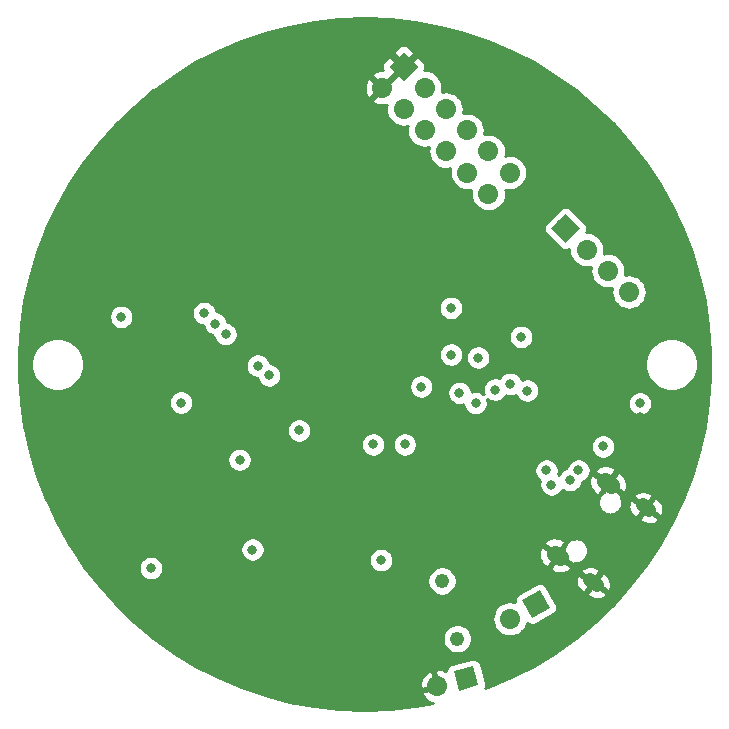
<source format=gbr>
G04 #@! TF.GenerationSoftware,KiCad,Pcbnew,(5.1.4)-1*
G04 #@! TF.CreationDate,2020-04-17T22:35:52+02:00*
G04 #@! TF.ProjectId,Sensorbaustein,53656e73-6f72-4626-9175-737465696e2e,1.7*
G04 #@! TF.SameCoordinates,Original*
G04 #@! TF.FileFunction,Copper,L2,Inr*
G04 #@! TF.FilePolarity,Positive*
%FSLAX46Y46*%
G04 Gerber Fmt 4.6, Leading zero omitted, Abs format (unit mm)*
G04 Created by KiCad (PCBNEW (5.1.4)-1) date 2020-04-17 22:35:52*
%MOMM*%
%LPD*%
G04 APERTURE LIST*
%ADD10C,1.450000*%
%ADD11C,1.450000*%
%ADD12C,1.150000*%
%ADD13C,1.150000*%
%ADD14C,1.700000*%
%ADD15C,0.100000*%
%ADD16C,1.700000*%
%ADD17C,1.210000*%
%ADD18C,0.800000*%
%ADD19C,0.254000*%
G04 APERTURE END LIST*
D10*
X156347996Y-121190225D03*
D11*
X156122729Y-121032491D02*
X156573263Y-121347959D01*
D10*
X160621141Y-115087542D03*
D11*
X160395874Y-114929808D02*
X160846408Y-115245276D01*
D12*
X159374738Y-123492688D03*
D13*
X159108514Y-123306276D02*
X159640962Y-123679100D01*
D12*
X163819955Y-117144260D03*
D13*
X163553731Y-116957848D02*
X164086179Y-117330672D01*
D14*
X148600000Y-131600000D03*
D15*
G36*
X149641033Y-132201041D02*
G01*
X147998959Y-132641033D01*
X147558967Y-130998959D01*
X149201041Y-130558967D01*
X149641033Y-132201041D01*
X149641033Y-132201041D01*
G37*
D14*
X146146548Y-132257400D03*
D16*
X146146548Y-132257400D02*
X146146548Y-132257400D01*
D17*
X147853518Y-128238963D03*
X146546482Y-123361037D03*
D14*
X157000000Y-93500000D03*
D15*
G36*
X157000000Y-94702082D02*
G01*
X155797918Y-93500000D01*
X157000000Y-92297918D01*
X158202082Y-93500000D01*
X157000000Y-94702082D01*
X157000000Y-94702082D01*
G37*
D14*
X158796051Y-95296051D03*
D16*
X158796051Y-95296051D02*
X158796051Y-95296051D01*
D14*
X160592102Y-97092102D03*
D16*
X160592102Y-97092102D02*
X160592102Y-97092102D01*
D14*
X162388154Y-98888154D03*
D16*
X162388154Y-98888154D02*
X162388154Y-98888154D01*
D14*
X143300000Y-79800000D03*
D15*
G36*
X143300000Y-81002082D02*
G01*
X142097918Y-79800000D01*
X143300000Y-78597918D01*
X144502082Y-79800000D01*
X143300000Y-81002082D01*
X143300000Y-81002082D01*
G37*
D14*
X141503949Y-81596051D03*
D16*
X141503949Y-81596051D02*
X141503949Y-81596051D01*
D14*
X145096051Y-81596051D03*
D16*
X145096051Y-81596051D02*
X145096051Y-81596051D01*
D14*
X143300000Y-83392102D03*
D16*
X143300000Y-83392102D02*
X143300000Y-83392102D01*
D14*
X146892102Y-83392102D03*
D16*
X146892102Y-83392102D02*
X146892102Y-83392102D01*
D14*
X145096051Y-85188154D03*
D16*
X145096051Y-85188154D02*
X145096051Y-85188154D01*
D14*
X148688154Y-85188154D03*
D16*
X148688154Y-85188154D02*
X148688154Y-85188154D01*
D14*
X146892102Y-86984205D03*
D16*
X146892102Y-86984205D02*
X146892102Y-86984205D01*
D14*
X150484205Y-86984205D03*
D16*
X150484205Y-86984205D02*
X150484205Y-86984205D01*
D14*
X148688154Y-88780256D03*
D16*
X148688154Y-88780256D02*
X148688154Y-88780256D01*
D14*
X152280256Y-88780256D03*
D16*
X152280256Y-88780256D02*
X152280256Y-88780256D01*
D14*
X150484205Y-90576307D03*
D16*
X150484205Y-90576307D02*
X150484205Y-90576307D01*
D14*
X154500000Y-125300000D03*
D15*
G36*
X153338878Y-124988878D02*
G01*
X154811122Y-124138878D01*
X155661122Y-125611122D01*
X154188878Y-126461122D01*
X153338878Y-124988878D01*
X153338878Y-124988878D01*
G37*
D14*
X152300295Y-126570000D03*
D16*
X152300295Y-126570000D02*
X152300295Y-126570000D01*
D18*
X163314990Y-108325010D03*
X160190000Y-111960000D03*
X130500000Y-120700000D03*
X119400000Y-101000000D03*
X141400000Y-121600000D03*
X129410000Y-113090000D03*
X124460000Y-108260000D03*
X155400000Y-114000000D03*
X158100000Y-114000000D03*
X157400000Y-114800000D03*
X155825000Y-115199999D03*
X152312652Y-106660000D03*
X147327653Y-104197653D03*
X149610102Y-104439898D03*
X153250000Y-102680000D03*
X143400000Y-111800000D03*
X140730000Y-111800000D03*
X153762653Y-107237347D03*
X151050000Y-107160000D03*
X148024847Y-107424847D03*
X149400000Y-108300000D03*
X144800000Y-106900000D03*
X147300000Y-100240000D03*
X134450000Y-110610000D03*
X121900000Y-122260000D03*
X131930000Y-105950000D03*
X130970000Y-105130000D03*
X128230000Y-102460000D03*
X127360000Y-101560000D03*
X126420000Y-100680000D03*
X135300000Y-108182231D03*
X155700000Y-112600000D03*
X163400000Y-111000000D03*
X158100000Y-116000000D03*
X118148942Y-97351058D03*
X161060000Y-102600000D03*
X163320000Y-109500000D03*
X116800000Y-101400000D03*
X140300000Y-123000000D03*
X144400000Y-118600000D03*
X144100000Y-121400000D03*
X119990000Y-104720000D03*
X133140000Y-83210000D03*
X117200000Y-109650000D03*
X121880000Y-114280000D03*
X117400000Y-119200000D03*
D19*
G36*
X142138033Y-75788137D02*
G01*
X144264658Y-76022133D01*
X146368530Y-76410738D01*
X148438423Y-76951878D01*
X150463293Y-77642668D01*
X152432337Y-78479421D01*
X154335049Y-79457673D01*
X156161277Y-80572204D01*
X157901278Y-81817068D01*
X159545768Y-83185623D01*
X161085973Y-84670567D01*
X162513675Y-86263977D01*
X163821257Y-87957352D01*
X165001742Y-89741657D01*
X166048832Y-91607372D01*
X166956940Y-93544543D01*
X167721221Y-95542833D01*
X168337597Y-97591581D01*
X168802781Y-99679857D01*
X169114289Y-101796517D01*
X169270459Y-103930270D01*
X169270459Y-106069730D01*
X169114289Y-108203483D01*
X168802781Y-110320143D01*
X168337597Y-112408419D01*
X167721221Y-114457167D01*
X166956940Y-116455457D01*
X166048832Y-118392628D01*
X165001742Y-120258343D01*
X163821257Y-122042648D01*
X162513675Y-123736023D01*
X161085973Y-125329433D01*
X159545768Y-126814377D01*
X157901278Y-128182932D01*
X156161277Y-129427796D01*
X154335049Y-130542327D01*
X152432337Y-131520579D01*
X150463293Y-132357332D01*
X150231535Y-132436397D01*
X150245243Y-132406143D01*
X150273646Y-132284326D01*
X150277739Y-132159309D01*
X150257363Y-132035896D01*
X149817371Y-130393822D01*
X149773310Y-130276755D01*
X149707258Y-130170533D01*
X149621751Y-130079239D01*
X149520077Y-130006381D01*
X149406143Y-129954757D01*
X149284326Y-129926354D01*
X149159309Y-129922261D01*
X149035896Y-129942637D01*
X147393822Y-130382629D01*
X147276755Y-130426690D01*
X147170533Y-130492742D01*
X147079239Y-130578249D01*
X147006381Y-130679923D01*
X146954757Y-130793857D01*
X146926354Y-130915674D01*
X146923596Y-130999904D01*
X146828657Y-130938323D01*
X146558211Y-130830596D01*
X146271945Y-130777700D01*
X146118196Y-130772671D01*
X145927539Y-130949358D01*
X146236351Y-132101857D01*
X146255669Y-132096681D01*
X146321410Y-132342027D01*
X146302091Y-132347203D01*
X146307267Y-132366521D01*
X146061921Y-132432262D01*
X146056745Y-132412943D01*
X144903610Y-132721924D01*
X144846554Y-132975213D01*
X145011572Y-133215036D01*
X145220206Y-133418058D01*
X145464439Y-133576477D01*
X145734885Y-133684204D01*
X145794693Y-133695255D01*
X144264658Y-133977867D01*
X142138033Y-134211863D01*
X140000000Y-134290000D01*
X137861967Y-134211863D01*
X135735342Y-133977867D01*
X133631470Y-133589262D01*
X131561577Y-133048122D01*
X129536707Y-132357332D01*
X129368268Y-132285753D01*
X144661814Y-132285753D01*
X144837870Y-132476579D01*
X145991005Y-132167597D01*
X145682194Y-131015098D01*
X145428737Y-130957411D01*
X145298101Y-131038641D01*
X145076635Y-131227583D01*
X144896286Y-131456100D01*
X144763983Y-131715411D01*
X144684812Y-131995551D01*
X144661814Y-132285753D01*
X129368268Y-132285753D01*
X127567663Y-131520579D01*
X125664951Y-130542327D01*
X123838723Y-129427796D01*
X122098722Y-128182932D01*
X122019297Y-128116834D01*
X146613518Y-128116834D01*
X146613518Y-128361092D01*
X146661170Y-128600658D01*
X146754644Y-128826323D01*
X146890347Y-129029417D01*
X147063064Y-129202134D01*
X147266158Y-129337837D01*
X147491823Y-129431311D01*
X147731389Y-129478963D01*
X147975647Y-129478963D01*
X148215213Y-129431311D01*
X148440878Y-129337837D01*
X148643972Y-129202134D01*
X148816689Y-129029417D01*
X148952392Y-128826323D01*
X149045866Y-128600658D01*
X149093518Y-128361092D01*
X149093518Y-128116834D01*
X149045866Y-127877268D01*
X148952392Y-127651603D01*
X148816689Y-127448509D01*
X148643972Y-127275792D01*
X148440878Y-127140089D01*
X148215213Y-127046615D01*
X147975647Y-126998963D01*
X147731389Y-126998963D01*
X147491823Y-127046615D01*
X147266158Y-127140089D01*
X147063064Y-127275792D01*
X146890347Y-127448509D01*
X146754644Y-127651603D01*
X146661170Y-127877268D01*
X146613518Y-128116834D01*
X122019297Y-128116834D01*
X120454232Y-126814377D01*
X120200761Y-126570000D01*
X150808110Y-126570000D01*
X150836782Y-126861111D01*
X150921696Y-127141034D01*
X151059589Y-127399014D01*
X151245161Y-127625134D01*
X151471281Y-127810706D01*
X151729261Y-127948599D01*
X152009184Y-128033513D01*
X152227345Y-128055000D01*
X152373245Y-128055000D01*
X152591406Y-128033513D01*
X152871329Y-127948599D01*
X153129309Y-127810706D01*
X153355429Y-127625134D01*
X153541001Y-127399014D01*
X153678894Y-127141034D01*
X153746820Y-126917114D01*
X153800444Y-126967338D01*
X153906666Y-127033391D01*
X154023733Y-127077452D01*
X154147146Y-127097828D01*
X154272163Y-127093735D01*
X154393979Y-127065332D01*
X154507914Y-127013709D01*
X155980158Y-126163709D01*
X156081832Y-126090850D01*
X156167338Y-125999556D01*
X156233391Y-125893334D01*
X156277452Y-125776267D01*
X156297828Y-125652854D01*
X156293735Y-125527837D01*
X156265332Y-125406021D01*
X156213709Y-125292086D01*
X155789138Y-124556706D01*
X158784743Y-124556706D01*
X159050967Y-124743119D01*
X159269883Y-124837776D01*
X159503060Y-124887907D01*
X159741536Y-124891583D01*
X159976147Y-124848665D01*
X160197877Y-124760801D01*
X160398206Y-124631368D01*
X160418334Y-124606351D01*
X160422944Y-124381688D01*
X159405926Y-123669565D01*
X158784743Y-124556706D01*
X155789138Y-124556706D01*
X155363709Y-123819842D01*
X155290850Y-123718168D01*
X155199556Y-123632662D01*
X155093334Y-123566609D01*
X154976267Y-123522548D01*
X154852854Y-123502172D01*
X154727837Y-123506265D01*
X154606021Y-123534668D01*
X154492086Y-123586291D01*
X153019842Y-124436291D01*
X152918168Y-124509150D01*
X152832662Y-124600444D01*
X152766609Y-124706666D01*
X152722548Y-124823733D01*
X152702172Y-124947146D01*
X152706265Y-125072163D01*
X152723619Y-125146594D01*
X152591406Y-125106487D01*
X152373245Y-125085000D01*
X152227345Y-125085000D01*
X152009184Y-125106487D01*
X151729261Y-125191401D01*
X151471281Y-125329294D01*
X151245161Y-125514866D01*
X151059589Y-125740986D01*
X150921696Y-125998966D01*
X150836782Y-126278889D01*
X150808110Y-126570000D01*
X120200761Y-126570000D01*
X118914027Y-125329433D01*
X117486325Y-123736023D01*
X116267863Y-122158061D01*
X120865000Y-122158061D01*
X120865000Y-122361939D01*
X120904774Y-122561898D01*
X120982795Y-122750256D01*
X121096063Y-122919774D01*
X121240226Y-123063937D01*
X121409744Y-123177205D01*
X121598102Y-123255226D01*
X121798061Y-123295000D01*
X122001939Y-123295000D01*
X122201898Y-123255226D01*
X122241292Y-123238908D01*
X145306482Y-123238908D01*
X145306482Y-123483166D01*
X145354134Y-123722732D01*
X145447608Y-123948397D01*
X145583311Y-124151491D01*
X145756028Y-124324208D01*
X145959122Y-124459911D01*
X146184787Y-124553385D01*
X146424353Y-124601037D01*
X146668611Y-124601037D01*
X146908177Y-124553385D01*
X147133842Y-124459911D01*
X147336936Y-124324208D01*
X147509653Y-124151491D01*
X147645356Y-123948397D01*
X147738830Y-123722732D01*
X147786482Y-123483166D01*
X147786482Y-123391320D01*
X157894842Y-123391320D01*
X157934754Y-123626461D01*
X158019772Y-123849298D01*
X158146631Y-124051266D01*
X158310454Y-124224605D01*
X158576678Y-124411018D01*
X159197861Y-123523876D01*
X159108779Y-123461500D01*
X159551615Y-123461500D01*
X160568633Y-124173624D01*
X160778170Y-124092453D01*
X160794794Y-124064982D01*
X160847905Y-123832466D01*
X160854634Y-123594056D01*
X160814722Y-123358915D01*
X160729704Y-123136078D01*
X160602845Y-122934110D01*
X160439022Y-122760771D01*
X160172798Y-122574358D01*
X159551615Y-123461500D01*
X159108779Y-123461500D01*
X158180843Y-122811752D01*
X157971306Y-122892923D01*
X157954682Y-122920394D01*
X157901571Y-123152910D01*
X157894842Y-123391320D01*
X147786482Y-123391320D01*
X147786482Y-123238908D01*
X147738830Y-122999342D01*
X147645356Y-122773677D01*
X147509653Y-122570583D01*
X147336936Y-122397866D01*
X147305882Y-122377116D01*
X155671964Y-122377116D01*
X155897231Y-122534850D01*
X156141772Y-122643932D01*
X156402895Y-122703210D01*
X156670565Y-122710406D01*
X156934496Y-122665245D01*
X157095191Y-122603688D01*
X158326532Y-122603688D01*
X159343550Y-123315811D01*
X159964733Y-122428670D01*
X159698509Y-122242257D01*
X159479593Y-122147600D01*
X159246416Y-122097469D01*
X159007940Y-122093793D01*
X158773329Y-122136711D01*
X158551599Y-122224575D01*
X158351270Y-122354008D01*
X158331142Y-122379025D01*
X158326532Y-122603688D01*
X157095191Y-122603688D01*
X157184544Y-122569460D01*
X157411102Y-122426735D01*
X157459068Y-122379922D01*
X157478910Y-122137138D01*
X156379184Y-121367102D01*
X155671964Y-122377116D01*
X147305882Y-122377116D01*
X147133842Y-122262163D01*
X146908177Y-122168689D01*
X146668611Y-122121037D01*
X146424353Y-122121037D01*
X146184787Y-122168689D01*
X145959122Y-122262163D01*
X145756028Y-122397866D01*
X145583311Y-122570583D01*
X145447608Y-122773677D01*
X145354134Y-122999342D01*
X145306482Y-123238908D01*
X122241292Y-123238908D01*
X122390256Y-123177205D01*
X122559774Y-123063937D01*
X122703937Y-122919774D01*
X122817205Y-122750256D01*
X122895226Y-122561898D01*
X122935000Y-122361939D01*
X122935000Y-122158061D01*
X122895226Y-121958102D01*
X122817205Y-121769744D01*
X122703937Y-121600226D01*
X122559774Y-121456063D01*
X122390256Y-121342795D01*
X122201898Y-121264774D01*
X122001939Y-121225000D01*
X121798061Y-121225000D01*
X121598102Y-121264774D01*
X121409744Y-121342795D01*
X121240226Y-121456063D01*
X121096063Y-121600226D01*
X120982795Y-121769744D01*
X120904774Y-121958102D01*
X120865000Y-122158061D01*
X116267863Y-122158061D01*
X116178743Y-122042648D01*
X115223014Y-120598061D01*
X129465000Y-120598061D01*
X129465000Y-120801939D01*
X129504774Y-121001898D01*
X129582795Y-121190256D01*
X129696063Y-121359774D01*
X129840226Y-121503937D01*
X130009744Y-121617205D01*
X130198102Y-121695226D01*
X130398061Y-121735000D01*
X130601939Y-121735000D01*
X130801898Y-121695226D01*
X130990256Y-121617205D01*
X131159774Y-121503937D01*
X131165650Y-121498061D01*
X140365000Y-121498061D01*
X140365000Y-121701939D01*
X140404774Y-121901898D01*
X140482795Y-122090256D01*
X140596063Y-122259774D01*
X140740226Y-122403937D01*
X140909744Y-122517205D01*
X141098102Y-122595226D01*
X141298061Y-122635000D01*
X141501939Y-122635000D01*
X141701898Y-122595226D01*
X141890256Y-122517205D01*
X142059774Y-122403937D01*
X142203937Y-122259774D01*
X142317205Y-122090256D01*
X142395226Y-121901898D01*
X142435000Y-121701939D01*
X142435000Y-121498061D01*
X142395226Y-121298102D01*
X142331222Y-121143582D01*
X154761336Y-121143582D01*
X154809168Y-121407042D01*
X154907479Y-121656108D01*
X155052491Y-121881209D01*
X155238633Y-122073694D01*
X155463900Y-122231428D01*
X156171119Y-121221413D01*
X156082037Y-121159037D01*
X156524873Y-121159037D01*
X157624599Y-121929074D01*
X157845954Y-121827391D01*
X157848006Y-121822848D01*
X157859899Y-121824019D01*
X157961575Y-121824019D01*
X158113632Y-121809043D01*
X158308730Y-121749860D01*
X158488534Y-121653753D01*
X158646133Y-121524415D01*
X158775471Y-121366816D01*
X158871578Y-121187012D01*
X158930761Y-120991914D01*
X158950744Y-120789019D01*
X158930761Y-120586124D01*
X158871578Y-120391026D01*
X158775471Y-120211222D01*
X158646133Y-120053623D01*
X158488534Y-119924285D01*
X158308730Y-119828178D01*
X158113632Y-119768995D01*
X157961575Y-119754019D01*
X157859899Y-119754019D01*
X157707842Y-119768995D01*
X157512744Y-119828178D01*
X157332940Y-119924285D01*
X157175341Y-120053623D01*
X157046003Y-120211222D01*
X156949896Y-120391026D01*
X156890713Y-120586124D01*
X156884932Y-120644818D01*
X156524873Y-121159037D01*
X156082037Y-121159037D01*
X155071393Y-120451376D01*
X154850038Y-120553059D01*
X154822453Y-120614144D01*
X154765823Y-120875853D01*
X154761336Y-121143582D01*
X142331222Y-121143582D01*
X142317205Y-121109744D01*
X142203937Y-120940226D01*
X142059774Y-120796063D01*
X141890256Y-120682795D01*
X141701898Y-120604774D01*
X141501939Y-120565000D01*
X141298061Y-120565000D01*
X141098102Y-120604774D01*
X140909744Y-120682795D01*
X140740226Y-120796063D01*
X140596063Y-120940226D01*
X140482795Y-121109744D01*
X140404774Y-121298102D01*
X140365000Y-121498061D01*
X131165650Y-121498061D01*
X131303937Y-121359774D01*
X131417205Y-121190256D01*
X131495226Y-121001898D01*
X131535000Y-120801939D01*
X131535000Y-120598061D01*
X131495226Y-120398102D01*
X131431110Y-120243312D01*
X155217082Y-120243312D01*
X156316808Y-121013348D01*
X157024028Y-120003334D01*
X156798761Y-119845600D01*
X156554220Y-119736518D01*
X156293097Y-119677240D01*
X156025427Y-119670044D01*
X155761496Y-119715205D01*
X155511448Y-119810990D01*
X155284890Y-119953715D01*
X155236924Y-120000528D01*
X155217082Y-120243312D01*
X131431110Y-120243312D01*
X131417205Y-120209744D01*
X131303937Y-120040226D01*
X131159774Y-119896063D01*
X130990256Y-119782795D01*
X130801898Y-119704774D01*
X130601939Y-119665000D01*
X130398061Y-119665000D01*
X130198102Y-119704774D01*
X130009744Y-119782795D01*
X129840226Y-119896063D01*
X129696063Y-120040226D01*
X129582795Y-120209744D01*
X129504774Y-120398102D01*
X129465000Y-120598061D01*
X115223014Y-120598061D01*
X114998258Y-120258343D01*
X113951168Y-118392628D01*
X113864749Y-118208278D01*
X163229960Y-118208278D01*
X163496184Y-118394691D01*
X163715100Y-118489348D01*
X163948277Y-118539479D01*
X164186753Y-118543155D01*
X164421364Y-118500237D01*
X164643094Y-118412373D01*
X164843423Y-118282940D01*
X164863551Y-118257923D01*
X164868161Y-118033260D01*
X163851143Y-117321137D01*
X163229960Y-118208278D01*
X113864749Y-118208278D01*
X113154537Y-116693259D01*
X159738612Y-116693259D01*
X159758595Y-116896154D01*
X159817778Y-117091252D01*
X159913885Y-117271056D01*
X160043223Y-117428655D01*
X160200822Y-117557993D01*
X160380626Y-117654100D01*
X160575724Y-117713283D01*
X160727781Y-117728259D01*
X160829457Y-117728259D01*
X160981514Y-117713283D01*
X161176612Y-117654100D01*
X161356416Y-117557993D01*
X161514015Y-117428655D01*
X161643353Y-117271056D01*
X161739460Y-117091252D01*
X161754130Y-117042892D01*
X162340059Y-117042892D01*
X162379971Y-117278033D01*
X162464989Y-117500870D01*
X162591848Y-117702838D01*
X162755671Y-117876177D01*
X163021895Y-118062590D01*
X163643078Y-117175448D01*
X163553996Y-117113072D01*
X163996832Y-117113072D01*
X165013850Y-117825196D01*
X165223387Y-117744025D01*
X165240011Y-117716554D01*
X165293122Y-117484038D01*
X165299851Y-117245628D01*
X165259939Y-117010487D01*
X165174921Y-116787650D01*
X165048062Y-116585682D01*
X164884239Y-116412343D01*
X164618015Y-116225930D01*
X163996832Y-117113072D01*
X163553996Y-117113072D01*
X162626060Y-116463324D01*
X162416523Y-116544495D01*
X162399899Y-116571966D01*
X162346788Y-116804482D01*
X162340059Y-117042892D01*
X161754130Y-117042892D01*
X161798643Y-116896154D01*
X161818626Y-116693259D01*
X161798643Y-116490364D01*
X161739460Y-116295266D01*
X161730643Y-116278771D01*
X161732213Y-116277239D01*
X161734009Y-116255260D01*
X162771749Y-116255260D01*
X163788767Y-116967383D01*
X164409950Y-116080242D01*
X164143726Y-115893829D01*
X163924810Y-115799172D01*
X163691633Y-115749041D01*
X163453157Y-115745365D01*
X163218546Y-115788283D01*
X162996816Y-115876147D01*
X162796487Y-116005580D01*
X162776359Y-116030597D01*
X162771749Y-116255260D01*
X161734009Y-116255260D01*
X161752055Y-116034455D01*
X160652329Y-115264419D01*
X160291141Y-115780249D01*
X160200822Y-115828525D01*
X160043223Y-115957863D01*
X159913885Y-116115462D01*
X159817778Y-116295266D01*
X159758595Y-116490364D01*
X159738612Y-116693259D01*
X113154537Y-116693259D01*
X113043060Y-116455457D01*
X112278779Y-114457167D01*
X111836792Y-112988061D01*
X128375000Y-112988061D01*
X128375000Y-113191939D01*
X128414774Y-113391898D01*
X128492795Y-113580256D01*
X128606063Y-113749774D01*
X128750226Y-113893937D01*
X128919744Y-114007205D01*
X129108102Y-114085226D01*
X129308061Y-114125000D01*
X129511939Y-114125000D01*
X129711898Y-114085226D01*
X129900256Y-114007205D01*
X130063601Y-113898061D01*
X154365000Y-113898061D01*
X154365000Y-114101939D01*
X154404774Y-114301898D01*
X154482795Y-114490256D01*
X154596063Y-114659774D01*
X154740226Y-114803937D01*
X154840912Y-114871213D01*
X154829774Y-114898101D01*
X154790000Y-115098060D01*
X154790000Y-115301938D01*
X154829774Y-115501897D01*
X154907795Y-115690255D01*
X155021063Y-115859773D01*
X155165226Y-116003936D01*
X155334744Y-116117204D01*
X155523102Y-116195225D01*
X155723061Y-116234999D01*
X155926939Y-116234999D01*
X156126898Y-116195225D01*
X156315256Y-116117204D01*
X156484774Y-116003936D01*
X156628937Y-115859773D01*
X156742205Y-115690255D01*
X156769780Y-115623684D01*
X156909744Y-115717205D01*
X157098102Y-115795226D01*
X157298061Y-115835000D01*
X157501939Y-115835000D01*
X157701898Y-115795226D01*
X157890256Y-115717205D01*
X158059774Y-115603937D01*
X158203937Y-115459774D01*
X158317205Y-115290256D01*
X158395226Y-115101898D01*
X158407359Y-115040899D01*
X159034481Y-115040899D01*
X159082313Y-115304359D01*
X159180624Y-115553425D01*
X159325636Y-115778526D01*
X159511778Y-115971011D01*
X159737045Y-116128745D01*
X160444264Y-115118730D01*
X160355182Y-115056354D01*
X160798018Y-115056354D01*
X161897744Y-115826391D01*
X162119099Y-115724708D01*
X162146684Y-115663623D01*
X162203314Y-115401914D01*
X162207801Y-115134185D01*
X162159969Y-114870725D01*
X162061658Y-114621659D01*
X161916646Y-114396558D01*
X161730504Y-114204073D01*
X161505237Y-114046339D01*
X160798018Y-115056354D01*
X160355182Y-115056354D01*
X159344538Y-114348693D01*
X159123183Y-114450376D01*
X159095598Y-114511461D01*
X159038968Y-114773170D01*
X159034481Y-115040899D01*
X158407359Y-115040899D01*
X158417750Y-114988660D01*
X158590256Y-114917205D01*
X158759774Y-114803937D01*
X158903937Y-114659774D01*
X159017205Y-114490256D01*
X159095226Y-114301898D01*
X159127304Y-114140629D01*
X159490227Y-114140629D01*
X160589953Y-114910665D01*
X161297173Y-113900651D01*
X161071906Y-113742917D01*
X160827365Y-113633835D01*
X160566242Y-113574557D01*
X160298572Y-113567361D01*
X160034641Y-113612522D01*
X159784593Y-113708307D01*
X159558035Y-113851032D01*
X159510069Y-113897845D01*
X159490227Y-114140629D01*
X159127304Y-114140629D01*
X159135000Y-114101939D01*
X159135000Y-113898061D01*
X159095226Y-113698102D01*
X159017205Y-113509744D01*
X158903937Y-113340226D01*
X158759774Y-113196063D01*
X158590256Y-113082795D01*
X158401898Y-113004774D01*
X158201939Y-112965000D01*
X157998061Y-112965000D01*
X157798102Y-113004774D01*
X157609744Y-113082795D01*
X157440226Y-113196063D01*
X157296063Y-113340226D01*
X157182795Y-113509744D01*
X157104774Y-113698102D01*
X157082250Y-113811340D01*
X156909744Y-113882795D01*
X156740226Y-113996063D01*
X156596063Y-114140226D01*
X156482795Y-114309744D01*
X156455220Y-114376315D01*
X156384088Y-114328786D01*
X156395226Y-114301898D01*
X156435000Y-114101939D01*
X156435000Y-113898061D01*
X156395226Y-113698102D01*
X156317205Y-113509744D01*
X156203937Y-113340226D01*
X156059774Y-113196063D01*
X155890256Y-113082795D01*
X155701898Y-113004774D01*
X155501939Y-112965000D01*
X155298061Y-112965000D01*
X155098102Y-113004774D01*
X154909744Y-113082795D01*
X154740226Y-113196063D01*
X154596063Y-113340226D01*
X154482795Y-113509744D01*
X154404774Y-113698102D01*
X154365000Y-113898061D01*
X130063601Y-113898061D01*
X130069774Y-113893937D01*
X130213937Y-113749774D01*
X130327205Y-113580256D01*
X130405226Y-113391898D01*
X130445000Y-113191939D01*
X130445000Y-112988061D01*
X130405226Y-112788102D01*
X130327205Y-112599744D01*
X130213937Y-112430226D01*
X130069774Y-112286063D01*
X129900256Y-112172795D01*
X129711898Y-112094774D01*
X129511939Y-112055000D01*
X129308061Y-112055000D01*
X129108102Y-112094774D01*
X128919744Y-112172795D01*
X128750226Y-112286063D01*
X128606063Y-112430226D01*
X128492795Y-112599744D01*
X128414774Y-112788102D01*
X128375000Y-112988061D01*
X111836792Y-112988061D01*
X111662403Y-112408419D01*
X111504164Y-111698061D01*
X139695000Y-111698061D01*
X139695000Y-111901939D01*
X139734774Y-112101898D01*
X139812795Y-112290256D01*
X139926063Y-112459774D01*
X140070226Y-112603937D01*
X140239744Y-112717205D01*
X140428102Y-112795226D01*
X140628061Y-112835000D01*
X140831939Y-112835000D01*
X141031898Y-112795226D01*
X141220256Y-112717205D01*
X141389774Y-112603937D01*
X141533937Y-112459774D01*
X141647205Y-112290256D01*
X141725226Y-112101898D01*
X141765000Y-111901939D01*
X141765000Y-111698061D01*
X142365000Y-111698061D01*
X142365000Y-111901939D01*
X142404774Y-112101898D01*
X142482795Y-112290256D01*
X142596063Y-112459774D01*
X142740226Y-112603937D01*
X142909744Y-112717205D01*
X143098102Y-112795226D01*
X143298061Y-112835000D01*
X143501939Y-112835000D01*
X143701898Y-112795226D01*
X143890256Y-112717205D01*
X144059774Y-112603937D01*
X144203937Y-112459774D01*
X144317205Y-112290256D01*
X144395226Y-112101898D01*
X144435000Y-111901939D01*
X144435000Y-111858061D01*
X159155000Y-111858061D01*
X159155000Y-112061939D01*
X159194774Y-112261898D01*
X159272795Y-112450256D01*
X159386063Y-112619774D01*
X159530226Y-112763937D01*
X159699744Y-112877205D01*
X159888102Y-112955226D01*
X160088061Y-112995000D01*
X160291939Y-112995000D01*
X160491898Y-112955226D01*
X160680256Y-112877205D01*
X160849774Y-112763937D01*
X160993937Y-112619774D01*
X161107205Y-112450256D01*
X161185226Y-112261898D01*
X161225000Y-112061939D01*
X161225000Y-111858061D01*
X161185226Y-111658102D01*
X161107205Y-111469744D01*
X160993937Y-111300226D01*
X160849774Y-111156063D01*
X160680256Y-111042795D01*
X160491898Y-110964774D01*
X160291939Y-110925000D01*
X160088061Y-110925000D01*
X159888102Y-110964774D01*
X159699744Y-111042795D01*
X159530226Y-111156063D01*
X159386063Y-111300226D01*
X159272795Y-111469744D01*
X159194774Y-111658102D01*
X159155000Y-111858061D01*
X144435000Y-111858061D01*
X144435000Y-111698061D01*
X144395226Y-111498102D01*
X144317205Y-111309744D01*
X144203937Y-111140226D01*
X144059774Y-110996063D01*
X143890256Y-110882795D01*
X143701898Y-110804774D01*
X143501939Y-110765000D01*
X143298061Y-110765000D01*
X143098102Y-110804774D01*
X142909744Y-110882795D01*
X142740226Y-110996063D01*
X142596063Y-111140226D01*
X142482795Y-111309744D01*
X142404774Y-111498102D01*
X142365000Y-111698061D01*
X141765000Y-111698061D01*
X141725226Y-111498102D01*
X141647205Y-111309744D01*
X141533937Y-111140226D01*
X141389774Y-110996063D01*
X141220256Y-110882795D01*
X141031898Y-110804774D01*
X140831939Y-110765000D01*
X140628061Y-110765000D01*
X140428102Y-110804774D01*
X140239744Y-110882795D01*
X140070226Y-110996063D01*
X139926063Y-111140226D01*
X139812795Y-111309744D01*
X139734774Y-111498102D01*
X139695000Y-111698061D01*
X111504164Y-111698061D01*
X111239080Y-110508061D01*
X133415000Y-110508061D01*
X133415000Y-110711939D01*
X133454774Y-110911898D01*
X133532795Y-111100256D01*
X133646063Y-111269774D01*
X133790226Y-111413937D01*
X133959744Y-111527205D01*
X134148102Y-111605226D01*
X134348061Y-111645000D01*
X134551939Y-111645000D01*
X134751898Y-111605226D01*
X134940256Y-111527205D01*
X135109774Y-111413937D01*
X135253937Y-111269774D01*
X135367205Y-111100256D01*
X135445226Y-110911898D01*
X135485000Y-110711939D01*
X135485000Y-110508061D01*
X135445226Y-110308102D01*
X135367205Y-110119744D01*
X135253937Y-109950226D01*
X135109774Y-109806063D01*
X134940256Y-109692795D01*
X134751898Y-109614774D01*
X134551939Y-109575000D01*
X134348061Y-109575000D01*
X134148102Y-109614774D01*
X133959744Y-109692795D01*
X133790226Y-109806063D01*
X133646063Y-109950226D01*
X133532795Y-110119744D01*
X133454774Y-110308102D01*
X133415000Y-110508061D01*
X111239080Y-110508061D01*
X111197219Y-110320143D01*
X110885711Y-108203483D01*
X110882387Y-108158061D01*
X123425000Y-108158061D01*
X123425000Y-108361939D01*
X123464774Y-108561898D01*
X123542795Y-108750256D01*
X123656063Y-108919774D01*
X123800226Y-109063937D01*
X123969744Y-109177205D01*
X124158102Y-109255226D01*
X124358061Y-109295000D01*
X124561939Y-109295000D01*
X124761898Y-109255226D01*
X124950256Y-109177205D01*
X125119774Y-109063937D01*
X125263937Y-108919774D01*
X125377205Y-108750256D01*
X125455226Y-108561898D01*
X125495000Y-108361939D01*
X125495000Y-108158061D01*
X125455226Y-107958102D01*
X125377205Y-107769744D01*
X125263937Y-107600226D01*
X125119774Y-107456063D01*
X124950256Y-107342795D01*
X124761898Y-107264774D01*
X124561939Y-107225000D01*
X124358061Y-107225000D01*
X124158102Y-107264774D01*
X123969744Y-107342795D01*
X123800226Y-107456063D01*
X123656063Y-107600226D01*
X123542795Y-107769744D01*
X123464774Y-107958102D01*
X123425000Y-108158061D01*
X110882387Y-108158061D01*
X110729541Y-106069730D01*
X110729541Y-104779872D01*
X111765000Y-104779872D01*
X111765000Y-105220128D01*
X111850890Y-105651925D01*
X112019369Y-106058669D01*
X112263962Y-106424729D01*
X112575271Y-106736038D01*
X112941331Y-106980631D01*
X113348075Y-107149110D01*
X113779872Y-107235000D01*
X114220128Y-107235000D01*
X114651925Y-107149110D01*
X115058669Y-106980631D01*
X115424729Y-106736038D01*
X115736038Y-106424729D01*
X115980631Y-106058669D01*
X116149110Y-105651925D01*
X116235000Y-105220128D01*
X116235000Y-105028061D01*
X129935000Y-105028061D01*
X129935000Y-105231939D01*
X129974774Y-105431898D01*
X130052795Y-105620256D01*
X130166063Y-105789774D01*
X130310226Y-105933937D01*
X130479744Y-106047205D01*
X130668102Y-106125226D01*
X130868061Y-106165000D01*
X130917489Y-106165000D01*
X130934774Y-106251898D01*
X131012795Y-106440256D01*
X131126063Y-106609774D01*
X131270226Y-106753937D01*
X131439744Y-106867205D01*
X131628102Y-106945226D01*
X131828061Y-106985000D01*
X132031939Y-106985000D01*
X132231898Y-106945226D01*
X132420256Y-106867205D01*
X132523737Y-106798061D01*
X143765000Y-106798061D01*
X143765000Y-107001939D01*
X143804774Y-107201898D01*
X143882795Y-107390256D01*
X143996063Y-107559774D01*
X144140226Y-107703937D01*
X144309744Y-107817205D01*
X144498102Y-107895226D01*
X144698061Y-107935000D01*
X144901939Y-107935000D01*
X145101898Y-107895226D01*
X145290256Y-107817205D01*
X145459774Y-107703937D01*
X145603937Y-107559774D01*
X145717205Y-107390256D01*
X145745101Y-107322908D01*
X146989847Y-107322908D01*
X146989847Y-107526786D01*
X147029621Y-107726745D01*
X147107642Y-107915103D01*
X147220910Y-108084621D01*
X147365073Y-108228784D01*
X147534591Y-108342052D01*
X147722949Y-108420073D01*
X147922908Y-108459847D01*
X148126786Y-108459847D01*
X148326745Y-108420073D01*
X148365420Y-108404053D01*
X148404774Y-108601898D01*
X148482795Y-108790256D01*
X148596063Y-108959774D01*
X148740226Y-109103937D01*
X148909744Y-109217205D01*
X149098102Y-109295226D01*
X149298061Y-109335000D01*
X149501939Y-109335000D01*
X149701898Y-109295226D01*
X149890256Y-109217205D01*
X150059774Y-109103937D01*
X150203937Y-108959774D01*
X150317205Y-108790256D01*
X150395226Y-108601898D01*
X150435000Y-108401939D01*
X150435000Y-108198061D01*
X150395226Y-107998102D01*
X150374603Y-107948314D01*
X150390226Y-107963937D01*
X150559744Y-108077205D01*
X150748102Y-108155226D01*
X150948061Y-108195000D01*
X151151939Y-108195000D01*
X151351898Y-108155226D01*
X151540256Y-108077205D01*
X151709774Y-107963937D01*
X151853937Y-107819774D01*
X151967205Y-107650256D01*
X151971826Y-107639101D01*
X152010754Y-107655226D01*
X152210713Y-107695000D01*
X152414591Y-107695000D01*
X152614550Y-107655226D01*
X152786044Y-107584190D01*
X152845448Y-107727603D01*
X152958716Y-107897121D01*
X153102879Y-108041284D01*
X153272397Y-108154552D01*
X153460755Y-108232573D01*
X153660714Y-108272347D01*
X153864592Y-108272347D01*
X154064551Y-108232573D01*
X154087490Y-108223071D01*
X162279990Y-108223071D01*
X162279990Y-108426949D01*
X162319764Y-108626908D01*
X162397785Y-108815266D01*
X162511053Y-108984784D01*
X162655216Y-109128947D01*
X162824734Y-109242215D01*
X163013092Y-109320236D01*
X163213051Y-109360010D01*
X163416929Y-109360010D01*
X163616888Y-109320236D01*
X163805246Y-109242215D01*
X163974764Y-109128947D01*
X164118927Y-108984784D01*
X164232195Y-108815266D01*
X164310216Y-108626908D01*
X164349990Y-108426949D01*
X164349990Y-108223071D01*
X164310216Y-108023112D01*
X164232195Y-107834754D01*
X164118927Y-107665236D01*
X163974764Y-107521073D01*
X163805246Y-107407805D01*
X163616888Y-107329784D01*
X163416929Y-107290010D01*
X163213051Y-107290010D01*
X163013092Y-107329784D01*
X162824734Y-107407805D01*
X162655216Y-107521073D01*
X162511053Y-107665236D01*
X162397785Y-107834754D01*
X162319764Y-108023112D01*
X162279990Y-108223071D01*
X154087490Y-108223071D01*
X154252909Y-108154552D01*
X154422427Y-108041284D01*
X154566590Y-107897121D01*
X154679858Y-107727603D01*
X154757879Y-107539245D01*
X154797653Y-107339286D01*
X154797653Y-107135408D01*
X154757879Y-106935449D01*
X154679858Y-106747091D01*
X154566590Y-106577573D01*
X154422427Y-106433410D01*
X154252909Y-106320142D01*
X154064551Y-106242121D01*
X153864592Y-106202347D01*
X153660714Y-106202347D01*
X153460755Y-106242121D01*
X153289261Y-106313157D01*
X153229857Y-106169744D01*
X153116589Y-106000226D01*
X152972426Y-105856063D01*
X152802908Y-105742795D01*
X152614550Y-105664774D01*
X152414591Y-105625000D01*
X152210713Y-105625000D01*
X152010754Y-105664774D01*
X151822396Y-105742795D01*
X151652878Y-105856063D01*
X151508715Y-106000226D01*
X151395447Y-106169744D01*
X151390826Y-106180899D01*
X151351898Y-106164774D01*
X151151939Y-106125000D01*
X150948061Y-106125000D01*
X150748102Y-106164774D01*
X150559744Y-106242795D01*
X150390226Y-106356063D01*
X150246063Y-106500226D01*
X150132795Y-106669744D01*
X150054774Y-106858102D01*
X150015000Y-107058061D01*
X150015000Y-107261939D01*
X150054774Y-107461898D01*
X150075397Y-107511686D01*
X150059774Y-107496063D01*
X149890256Y-107382795D01*
X149701898Y-107304774D01*
X149501939Y-107265000D01*
X149298061Y-107265000D01*
X149098102Y-107304774D01*
X149059427Y-107320794D01*
X149020073Y-107122949D01*
X148942052Y-106934591D01*
X148828784Y-106765073D01*
X148684621Y-106620910D01*
X148515103Y-106507642D01*
X148326745Y-106429621D01*
X148126786Y-106389847D01*
X147922908Y-106389847D01*
X147722949Y-106429621D01*
X147534591Y-106507642D01*
X147365073Y-106620910D01*
X147220910Y-106765073D01*
X147107642Y-106934591D01*
X147029621Y-107122949D01*
X146989847Y-107322908D01*
X145745101Y-107322908D01*
X145795226Y-107201898D01*
X145835000Y-107001939D01*
X145835000Y-106798061D01*
X145795226Y-106598102D01*
X145717205Y-106409744D01*
X145603937Y-106240226D01*
X145459774Y-106096063D01*
X145290256Y-105982795D01*
X145101898Y-105904774D01*
X144901939Y-105865000D01*
X144698061Y-105865000D01*
X144498102Y-105904774D01*
X144309744Y-105982795D01*
X144140226Y-106096063D01*
X143996063Y-106240226D01*
X143882795Y-106409744D01*
X143804774Y-106598102D01*
X143765000Y-106798061D01*
X132523737Y-106798061D01*
X132589774Y-106753937D01*
X132733937Y-106609774D01*
X132847205Y-106440256D01*
X132925226Y-106251898D01*
X132965000Y-106051939D01*
X132965000Y-105848061D01*
X132925226Y-105648102D01*
X132847205Y-105459744D01*
X132733937Y-105290226D01*
X132589774Y-105146063D01*
X132420256Y-105032795D01*
X132231898Y-104954774D01*
X132031939Y-104915000D01*
X131982511Y-104915000D01*
X131965226Y-104828102D01*
X131887205Y-104639744D01*
X131773937Y-104470226D01*
X131629774Y-104326063D01*
X131460256Y-104212795D01*
X131271898Y-104134774D01*
X131075529Y-104095714D01*
X146292653Y-104095714D01*
X146292653Y-104299592D01*
X146332427Y-104499551D01*
X146410448Y-104687909D01*
X146523716Y-104857427D01*
X146667879Y-105001590D01*
X146837397Y-105114858D01*
X147025755Y-105192879D01*
X147225714Y-105232653D01*
X147429592Y-105232653D01*
X147629551Y-105192879D01*
X147817909Y-105114858D01*
X147987427Y-105001590D01*
X148131590Y-104857427D01*
X148244858Y-104687909D01*
X148322879Y-104499551D01*
X148355021Y-104337959D01*
X148575102Y-104337959D01*
X148575102Y-104541837D01*
X148614876Y-104741796D01*
X148692897Y-104930154D01*
X148806165Y-105099672D01*
X148950328Y-105243835D01*
X149119846Y-105357103D01*
X149308204Y-105435124D01*
X149508163Y-105474898D01*
X149712041Y-105474898D01*
X149912000Y-105435124D01*
X150100358Y-105357103D01*
X150269876Y-105243835D01*
X150414039Y-105099672D01*
X150527307Y-104930154D01*
X150589556Y-104779872D01*
X163765000Y-104779872D01*
X163765000Y-105220128D01*
X163850890Y-105651925D01*
X164019369Y-106058669D01*
X164263962Y-106424729D01*
X164575271Y-106736038D01*
X164941331Y-106980631D01*
X165348075Y-107149110D01*
X165779872Y-107235000D01*
X166220128Y-107235000D01*
X166651925Y-107149110D01*
X167058669Y-106980631D01*
X167424729Y-106736038D01*
X167736038Y-106424729D01*
X167980631Y-106058669D01*
X168149110Y-105651925D01*
X168235000Y-105220128D01*
X168235000Y-104779872D01*
X168149110Y-104348075D01*
X167980631Y-103941331D01*
X167736038Y-103575271D01*
X167424729Y-103263962D01*
X167058669Y-103019369D01*
X166651925Y-102850890D01*
X166220128Y-102765000D01*
X165779872Y-102765000D01*
X165348075Y-102850890D01*
X164941331Y-103019369D01*
X164575271Y-103263962D01*
X164263962Y-103575271D01*
X164019369Y-103941331D01*
X163850890Y-104348075D01*
X163765000Y-104779872D01*
X150589556Y-104779872D01*
X150605328Y-104741796D01*
X150645102Y-104541837D01*
X150645102Y-104337959D01*
X150605328Y-104138000D01*
X150527307Y-103949642D01*
X150414039Y-103780124D01*
X150269876Y-103635961D01*
X150100358Y-103522693D01*
X149912000Y-103444672D01*
X149712041Y-103404898D01*
X149508163Y-103404898D01*
X149308204Y-103444672D01*
X149119846Y-103522693D01*
X148950328Y-103635961D01*
X148806165Y-103780124D01*
X148692897Y-103949642D01*
X148614876Y-104138000D01*
X148575102Y-104337959D01*
X148355021Y-104337959D01*
X148362653Y-104299592D01*
X148362653Y-104095714D01*
X148322879Y-103895755D01*
X148244858Y-103707397D01*
X148131590Y-103537879D01*
X147987427Y-103393716D01*
X147817909Y-103280448D01*
X147629551Y-103202427D01*
X147429592Y-103162653D01*
X147225714Y-103162653D01*
X147025755Y-103202427D01*
X146837397Y-103280448D01*
X146667879Y-103393716D01*
X146523716Y-103537879D01*
X146410448Y-103707397D01*
X146332427Y-103895755D01*
X146292653Y-104095714D01*
X131075529Y-104095714D01*
X131071939Y-104095000D01*
X130868061Y-104095000D01*
X130668102Y-104134774D01*
X130479744Y-104212795D01*
X130310226Y-104326063D01*
X130166063Y-104470226D01*
X130052795Y-104639744D01*
X129974774Y-104828102D01*
X129935000Y-105028061D01*
X116235000Y-105028061D01*
X116235000Y-104779872D01*
X116149110Y-104348075D01*
X115980631Y-103941331D01*
X115736038Y-103575271D01*
X115424729Y-103263962D01*
X115058669Y-103019369D01*
X114651925Y-102850890D01*
X114220128Y-102765000D01*
X113779872Y-102765000D01*
X113348075Y-102850890D01*
X112941331Y-103019369D01*
X112575271Y-103263962D01*
X112263962Y-103575271D01*
X112019369Y-103941331D01*
X111850890Y-104348075D01*
X111765000Y-104779872D01*
X110729541Y-104779872D01*
X110729541Y-103930270D01*
X110885711Y-101796517D01*
X111017936Y-100898061D01*
X118365000Y-100898061D01*
X118365000Y-101101939D01*
X118404774Y-101301898D01*
X118482795Y-101490256D01*
X118596063Y-101659774D01*
X118740226Y-101803937D01*
X118909744Y-101917205D01*
X119098102Y-101995226D01*
X119298061Y-102035000D01*
X119501939Y-102035000D01*
X119701898Y-101995226D01*
X119890256Y-101917205D01*
X120059774Y-101803937D01*
X120203937Y-101659774D01*
X120317205Y-101490256D01*
X120395226Y-101301898D01*
X120435000Y-101101939D01*
X120435000Y-100898061D01*
X120395226Y-100698102D01*
X120345504Y-100578061D01*
X125385000Y-100578061D01*
X125385000Y-100781939D01*
X125424774Y-100981898D01*
X125502795Y-101170256D01*
X125616063Y-101339774D01*
X125760226Y-101483937D01*
X125929744Y-101597205D01*
X126118102Y-101675226D01*
X126318061Y-101715000D01*
X126335554Y-101715000D01*
X126364774Y-101861898D01*
X126442795Y-102050256D01*
X126556063Y-102219774D01*
X126700226Y-102363937D01*
X126869744Y-102477205D01*
X127058102Y-102555226D01*
X127199249Y-102583302D01*
X127234774Y-102761898D01*
X127312795Y-102950256D01*
X127426063Y-103119774D01*
X127570226Y-103263937D01*
X127739744Y-103377205D01*
X127928102Y-103455226D01*
X128128061Y-103495000D01*
X128331939Y-103495000D01*
X128531898Y-103455226D01*
X128720256Y-103377205D01*
X128889774Y-103263937D01*
X129033937Y-103119774D01*
X129147205Y-102950256D01*
X129225226Y-102761898D01*
X129261793Y-102578061D01*
X152215000Y-102578061D01*
X152215000Y-102781939D01*
X152254774Y-102981898D01*
X152332795Y-103170256D01*
X152446063Y-103339774D01*
X152590226Y-103483937D01*
X152759744Y-103597205D01*
X152948102Y-103675226D01*
X153148061Y-103715000D01*
X153351939Y-103715000D01*
X153551898Y-103675226D01*
X153740256Y-103597205D01*
X153909774Y-103483937D01*
X154053937Y-103339774D01*
X154167205Y-103170256D01*
X154245226Y-102981898D01*
X154285000Y-102781939D01*
X154285000Y-102578061D01*
X154245226Y-102378102D01*
X154167205Y-102189744D01*
X154053937Y-102020226D01*
X153909774Y-101876063D01*
X153740256Y-101762795D01*
X153551898Y-101684774D01*
X153351939Y-101645000D01*
X153148061Y-101645000D01*
X152948102Y-101684774D01*
X152759744Y-101762795D01*
X152590226Y-101876063D01*
X152446063Y-102020226D01*
X152332795Y-102189744D01*
X152254774Y-102378102D01*
X152215000Y-102578061D01*
X129261793Y-102578061D01*
X129265000Y-102561939D01*
X129265000Y-102358061D01*
X129225226Y-102158102D01*
X129147205Y-101969744D01*
X129033937Y-101800226D01*
X128889774Y-101656063D01*
X128720256Y-101542795D01*
X128531898Y-101464774D01*
X128390751Y-101436698D01*
X128355226Y-101258102D01*
X128277205Y-101069744D01*
X128163937Y-100900226D01*
X128019774Y-100756063D01*
X127850256Y-100642795D01*
X127661898Y-100564774D01*
X127461939Y-100525000D01*
X127444446Y-100525000D01*
X127415226Y-100378102D01*
X127337205Y-100189744D01*
X127302672Y-100138061D01*
X146265000Y-100138061D01*
X146265000Y-100341939D01*
X146304774Y-100541898D01*
X146382795Y-100730256D01*
X146496063Y-100899774D01*
X146640226Y-101043937D01*
X146809744Y-101157205D01*
X146998102Y-101235226D01*
X147198061Y-101275000D01*
X147401939Y-101275000D01*
X147601898Y-101235226D01*
X147790256Y-101157205D01*
X147959774Y-101043937D01*
X148103937Y-100899774D01*
X148217205Y-100730256D01*
X148295226Y-100541898D01*
X148335000Y-100341939D01*
X148335000Y-100138061D01*
X148295226Y-99938102D01*
X148217205Y-99749744D01*
X148103937Y-99580226D01*
X147959774Y-99436063D01*
X147790256Y-99322795D01*
X147601898Y-99244774D01*
X147401939Y-99205000D01*
X147198061Y-99205000D01*
X146998102Y-99244774D01*
X146809744Y-99322795D01*
X146640226Y-99436063D01*
X146496063Y-99580226D01*
X146382795Y-99749744D01*
X146304774Y-99938102D01*
X146265000Y-100138061D01*
X127302672Y-100138061D01*
X127223937Y-100020226D01*
X127079774Y-99876063D01*
X126910256Y-99762795D01*
X126721898Y-99684774D01*
X126521939Y-99645000D01*
X126318061Y-99645000D01*
X126118102Y-99684774D01*
X125929744Y-99762795D01*
X125760226Y-99876063D01*
X125616063Y-100020226D01*
X125502795Y-100189744D01*
X125424774Y-100378102D01*
X125385000Y-100578061D01*
X120345504Y-100578061D01*
X120317205Y-100509744D01*
X120203937Y-100340226D01*
X120059774Y-100196063D01*
X119890256Y-100082795D01*
X119701898Y-100004774D01*
X119501939Y-99965000D01*
X119298061Y-99965000D01*
X119098102Y-100004774D01*
X118909744Y-100082795D01*
X118740226Y-100196063D01*
X118596063Y-100340226D01*
X118482795Y-100509744D01*
X118404774Y-100698102D01*
X118365000Y-100898061D01*
X111017936Y-100898061D01*
X111197219Y-99679857D01*
X111662403Y-97591581D01*
X112278779Y-95542833D01*
X113043060Y-93544543D01*
X113063940Y-93500000D01*
X155159846Y-93500000D01*
X155172106Y-93624482D01*
X155208416Y-93744180D01*
X155267381Y-93854494D01*
X155346733Y-93951185D01*
X156548815Y-95153267D01*
X156645506Y-95232619D01*
X156755820Y-95291584D01*
X156875518Y-95327894D01*
X157000000Y-95340154D01*
X157124482Y-95327894D01*
X157244180Y-95291584D01*
X157307647Y-95257660D01*
X157303866Y-95296051D01*
X157332538Y-95587162D01*
X157417452Y-95867085D01*
X157555345Y-96125065D01*
X157740917Y-96351185D01*
X157967037Y-96536757D01*
X158225017Y-96674650D01*
X158504940Y-96759564D01*
X158723101Y-96781051D01*
X158869001Y-96781051D01*
X159087162Y-96759564D01*
X159146628Y-96741525D01*
X159128589Y-96800991D01*
X159099917Y-97092102D01*
X159128589Y-97383213D01*
X159213503Y-97663136D01*
X159351396Y-97921116D01*
X159536968Y-98147236D01*
X159763088Y-98332808D01*
X160021068Y-98470701D01*
X160300991Y-98555615D01*
X160519152Y-98577102D01*
X160665052Y-98577102D01*
X160883213Y-98555615D01*
X160942680Y-98537576D01*
X160924641Y-98597043D01*
X160895969Y-98888154D01*
X160924641Y-99179265D01*
X161009555Y-99459188D01*
X161147448Y-99717168D01*
X161333020Y-99943288D01*
X161559140Y-100128860D01*
X161817120Y-100266753D01*
X162097043Y-100351667D01*
X162315204Y-100373154D01*
X162461104Y-100373154D01*
X162679265Y-100351667D01*
X162959188Y-100266753D01*
X163217168Y-100128860D01*
X163443288Y-99943288D01*
X163628860Y-99717168D01*
X163766753Y-99459188D01*
X163851667Y-99179265D01*
X163880339Y-98888154D01*
X163851667Y-98597043D01*
X163766753Y-98317120D01*
X163628860Y-98059140D01*
X163443288Y-97833020D01*
X163217168Y-97647448D01*
X162959188Y-97509555D01*
X162679265Y-97424641D01*
X162461104Y-97403154D01*
X162315204Y-97403154D01*
X162097043Y-97424641D01*
X162037576Y-97442680D01*
X162055615Y-97383213D01*
X162084287Y-97092102D01*
X162055615Y-96800991D01*
X161970701Y-96521068D01*
X161832808Y-96263088D01*
X161647236Y-96036968D01*
X161421116Y-95851396D01*
X161163136Y-95713503D01*
X160883213Y-95628589D01*
X160665052Y-95607102D01*
X160519152Y-95607102D01*
X160300991Y-95628589D01*
X160241525Y-95646628D01*
X160259564Y-95587162D01*
X160288236Y-95296051D01*
X160259564Y-95004940D01*
X160174650Y-94725017D01*
X160036757Y-94467037D01*
X159851185Y-94240917D01*
X159625065Y-94055345D01*
X159367085Y-93917452D01*
X159087162Y-93832538D01*
X158869001Y-93811051D01*
X158755840Y-93811051D01*
X158791584Y-93744180D01*
X158827894Y-93624482D01*
X158840154Y-93500000D01*
X158827894Y-93375518D01*
X158791584Y-93255820D01*
X158732619Y-93145506D01*
X158653267Y-93048815D01*
X157451185Y-91846733D01*
X157354494Y-91767381D01*
X157244180Y-91708416D01*
X157124482Y-91672106D01*
X157000000Y-91659846D01*
X156875518Y-91672106D01*
X156755820Y-91708416D01*
X156645506Y-91767381D01*
X156548815Y-91846733D01*
X155346733Y-93048815D01*
X155267381Y-93145506D01*
X155208416Y-93255820D01*
X155172106Y-93375518D01*
X155159846Y-93500000D01*
X113063940Y-93500000D01*
X113951168Y-91607372D01*
X114998258Y-89741657D01*
X116178743Y-87957352D01*
X117486325Y-86263977D01*
X118914027Y-84670567D01*
X120454232Y-83185623D01*
X121134687Y-82619344D01*
X140660261Y-82619344D01*
X140737031Y-82867688D01*
X140872696Y-82940207D01*
X141147057Y-83037531D01*
X141435134Y-83079460D01*
X141725855Y-83064382D01*
X141857729Y-83030966D01*
X141836487Y-83100991D01*
X141807815Y-83392102D01*
X141836487Y-83683213D01*
X141921401Y-83963136D01*
X142059294Y-84221116D01*
X142244866Y-84447236D01*
X142470986Y-84632808D01*
X142728966Y-84770701D01*
X143008889Y-84855615D01*
X143227050Y-84877102D01*
X143372950Y-84877102D01*
X143591111Y-84855615D01*
X143650577Y-84837576D01*
X143632538Y-84897043D01*
X143603866Y-85188154D01*
X143632538Y-85479265D01*
X143717452Y-85759188D01*
X143855345Y-86017168D01*
X144040917Y-86243288D01*
X144267037Y-86428860D01*
X144525017Y-86566753D01*
X144804940Y-86651667D01*
X145023101Y-86673154D01*
X145169001Y-86673154D01*
X145387162Y-86651667D01*
X145446628Y-86633628D01*
X145428589Y-86693094D01*
X145399917Y-86984205D01*
X145428589Y-87275316D01*
X145513503Y-87555239D01*
X145651396Y-87813219D01*
X145836968Y-88039339D01*
X146063088Y-88224911D01*
X146321068Y-88362804D01*
X146600991Y-88447718D01*
X146819152Y-88469205D01*
X146965052Y-88469205D01*
X147183213Y-88447718D01*
X147242680Y-88429679D01*
X147224641Y-88489145D01*
X147195969Y-88780256D01*
X147224641Y-89071367D01*
X147309555Y-89351290D01*
X147447448Y-89609270D01*
X147633020Y-89835390D01*
X147859140Y-90020962D01*
X148117120Y-90158855D01*
X148397043Y-90243769D01*
X148615204Y-90265256D01*
X148761104Y-90265256D01*
X148979265Y-90243769D01*
X149038731Y-90225730D01*
X149020692Y-90285196D01*
X148992020Y-90576307D01*
X149020692Y-90867418D01*
X149105606Y-91147341D01*
X149243499Y-91405321D01*
X149429071Y-91631441D01*
X149655191Y-91817013D01*
X149913171Y-91954906D01*
X150193094Y-92039820D01*
X150411255Y-92061307D01*
X150557155Y-92061307D01*
X150775316Y-92039820D01*
X151055239Y-91954906D01*
X151313219Y-91817013D01*
X151539339Y-91631441D01*
X151724911Y-91405321D01*
X151862804Y-91147341D01*
X151947718Y-90867418D01*
X151976390Y-90576307D01*
X151947718Y-90285196D01*
X151929679Y-90225730D01*
X151989145Y-90243769D01*
X152207306Y-90265256D01*
X152353206Y-90265256D01*
X152571367Y-90243769D01*
X152851290Y-90158855D01*
X153109270Y-90020962D01*
X153335390Y-89835390D01*
X153520962Y-89609270D01*
X153658855Y-89351290D01*
X153743769Y-89071367D01*
X153772441Y-88780256D01*
X153743769Y-88489145D01*
X153658855Y-88209222D01*
X153520962Y-87951242D01*
X153335390Y-87725122D01*
X153109270Y-87539550D01*
X152851290Y-87401657D01*
X152571367Y-87316743D01*
X152353206Y-87295256D01*
X152207306Y-87295256D01*
X151989145Y-87316743D01*
X151929679Y-87334782D01*
X151947718Y-87275316D01*
X151976390Y-86984205D01*
X151947718Y-86693094D01*
X151862804Y-86413171D01*
X151724911Y-86155191D01*
X151539339Y-85929071D01*
X151313219Y-85743499D01*
X151055239Y-85605606D01*
X150775316Y-85520692D01*
X150557155Y-85499205D01*
X150411255Y-85499205D01*
X150193094Y-85520692D01*
X150133628Y-85538731D01*
X150151667Y-85479265D01*
X150180339Y-85188154D01*
X150151667Y-84897043D01*
X150066753Y-84617120D01*
X149928860Y-84359140D01*
X149743288Y-84133020D01*
X149517168Y-83947448D01*
X149259188Y-83809555D01*
X148979265Y-83724641D01*
X148761104Y-83703154D01*
X148615204Y-83703154D01*
X148397043Y-83724641D01*
X148337576Y-83742680D01*
X148355615Y-83683213D01*
X148384287Y-83392102D01*
X148355615Y-83100991D01*
X148270701Y-82821068D01*
X148132808Y-82563088D01*
X147947236Y-82336968D01*
X147721116Y-82151396D01*
X147463136Y-82013503D01*
X147183213Y-81928589D01*
X146965052Y-81907102D01*
X146819152Y-81907102D01*
X146600991Y-81928589D01*
X146541525Y-81946628D01*
X146559564Y-81887162D01*
X146588236Y-81596051D01*
X146559564Y-81304940D01*
X146474650Y-81025017D01*
X146336757Y-80767037D01*
X146151185Y-80540917D01*
X145925065Y-80355345D01*
X145667085Y-80217452D01*
X145387162Y-80132538D01*
X145169001Y-80111051D01*
X145055841Y-80111051D01*
X145091584Y-80044180D01*
X145127893Y-79924481D01*
X145140153Y-79800000D01*
X145127893Y-79675519D01*
X145091584Y-79555820D01*
X145032620Y-79445506D01*
X144953267Y-79348815D01*
X144552109Y-78952002D01*
X144327603Y-78952002D01*
X143479605Y-79800000D01*
X143493748Y-79814143D01*
X143314143Y-79993748D01*
X143300000Y-79979605D01*
X141683554Y-81596051D01*
X141697697Y-81610194D01*
X141518092Y-81789799D01*
X141503949Y-81775656D01*
X140660261Y-82619344D01*
X121134687Y-82619344D01*
X122098722Y-81817068D01*
X122311461Y-81664866D01*
X140020540Y-81664866D01*
X140062469Y-81952943D01*
X140159793Y-82227304D01*
X140232312Y-82362969D01*
X140480656Y-82439739D01*
X141324344Y-81596051D01*
X140480190Y-80751897D01*
X140232308Y-80829130D01*
X140107124Y-81091951D01*
X140035618Y-81374145D01*
X140020540Y-81664866D01*
X122311461Y-81664866D01*
X123838599Y-80572292D01*
X140659795Y-80572292D01*
X141503949Y-81416446D01*
X143120395Y-79800000D01*
X142272397Y-78952002D01*
X142047891Y-78952002D01*
X141646733Y-79348815D01*
X141567380Y-79445506D01*
X141508416Y-79555820D01*
X141472107Y-79675519D01*
X141459847Y-79800000D01*
X141472107Y-79924481D01*
X141508416Y-80044180D01*
X141545758Y-80114043D01*
X141282043Y-80127720D01*
X140999849Y-80199226D01*
X140737028Y-80324410D01*
X140659795Y-80572292D01*
X123838599Y-80572292D01*
X123838723Y-80572204D01*
X125664951Y-79457673D01*
X127434488Y-78547891D01*
X142452002Y-78547891D01*
X142452002Y-78772397D01*
X143300000Y-79620395D01*
X144147998Y-78772397D01*
X144147998Y-78547891D01*
X143751185Y-78146733D01*
X143654494Y-78067380D01*
X143544180Y-78008416D01*
X143424481Y-77972107D01*
X143300000Y-77959847D01*
X143175519Y-77972107D01*
X143055820Y-78008416D01*
X142945506Y-78067380D01*
X142848815Y-78146733D01*
X142452002Y-78547891D01*
X127434488Y-78547891D01*
X127567663Y-78479421D01*
X129536707Y-77642668D01*
X131561577Y-76951878D01*
X133631470Y-76410738D01*
X135735342Y-76022133D01*
X137861967Y-75788137D01*
X140000000Y-75710000D01*
X142138033Y-75788137D01*
X142138033Y-75788137D01*
G37*
X142138033Y-75788137D02*
X144264658Y-76022133D01*
X146368530Y-76410738D01*
X148438423Y-76951878D01*
X150463293Y-77642668D01*
X152432337Y-78479421D01*
X154335049Y-79457673D01*
X156161277Y-80572204D01*
X157901278Y-81817068D01*
X159545768Y-83185623D01*
X161085973Y-84670567D01*
X162513675Y-86263977D01*
X163821257Y-87957352D01*
X165001742Y-89741657D01*
X166048832Y-91607372D01*
X166956940Y-93544543D01*
X167721221Y-95542833D01*
X168337597Y-97591581D01*
X168802781Y-99679857D01*
X169114289Y-101796517D01*
X169270459Y-103930270D01*
X169270459Y-106069730D01*
X169114289Y-108203483D01*
X168802781Y-110320143D01*
X168337597Y-112408419D01*
X167721221Y-114457167D01*
X166956940Y-116455457D01*
X166048832Y-118392628D01*
X165001742Y-120258343D01*
X163821257Y-122042648D01*
X162513675Y-123736023D01*
X161085973Y-125329433D01*
X159545768Y-126814377D01*
X157901278Y-128182932D01*
X156161277Y-129427796D01*
X154335049Y-130542327D01*
X152432337Y-131520579D01*
X150463293Y-132357332D01*
X150231535Y-132436397D01*
X150245243Y-132406143D01*
X150273646Y-132284326D01*
X150277739Y-132159309D01*
X150257363Y-132035896D01*
X149817371Y-130393822D01*
X149773310Y-130276755D01*
X149707258Y-130170533D01*
X149621751Y-130079239D01*
X149520077Y-130006381D01*
X149406143Y-129954757D01*
X149284326Y-129926354D01*
X149159309Y-129922261D01*
X149035896Y-129942637D01*
X147393822Y-130382629D01*
X147276755Y-130426690D01*
X147170533Y-130492742D01*
X147079239Y-130578249D01*
X147006381Y-130679923D01*
X146954757Y-130793857D01*
X146926354Y-130915674D01*
X146923596Y-130999904D01*
X146828657Y-130938323D01*
X146558211Y-130830596D01*
X146271945Y-130777700D01*
X146118196Y-130772671D01*
X145927539Y-130949358D01*
X146236351Y-132101857D01*
X146255669Y-132096681D01*
X146321410Y-132342027D01*
X146302091Y-132347203D01*
X146307267Y-132366521D01*
X146061921Y-132432262D01*
X146056745Y-132412943D01*
X144903610Y-132721924D01*
X144846554Y-132975213D01*
X145011572Y-133215036D01*
X145220206Y-133418058D01*
X145464439Y-133576477D01*
X145734885Y-133684204D01*
X145794693Y-133695255D01*
X144264658Y-133977867D01*
X142138033Y-134211863D01*
X140000000Y-134290000D01*
X137861967Y-134211863D01*
X135735342Y-133977867D01*
X133631470Y-133589262D01*
X131561577Y-133048122D01*
X129536707Y-132357332D01*
X129368268Y-132285753D01*
X144661814Y-132285753D01*
X144837870Y-132476579D01*
X145991005Y-132167597D01*
X145682194Y-131015098D01*
X145428737Y-130957411D01*
X145298101Y-131038641D01*
X145076635Y-131227583D01*
X144896286Y-131456100D01*
X144763983Y-131715411D01*
X144684812Y-131995551D01*
X144661814Y-132285753D01*
X129368268Y-132285753D01*
X127567663Y-131520579D01*
X125664951Y-130542327D01*
X123838723Y-129427796D01*
X122098722Y-128182932D01*
X122019297Y-128116834D01*
X146613518Y-128116834D01*
X146613518Y-128361092D01*
X146661170Y-128600658D01*
X146754644Y-128826323D01*
X146890347Y-129029417D01*
X147063064Y-129202134D01*
X147266158Y-129337837D01*
X147491823Y-129431311D01*
X147731389Y-129478963D01*
X147975647Y-129478963D01*
X148215213Y-129431311D01*
X148440878Y-129337837D01*
X148643972Y-129202134D01*
X148816689Y-129029417D01*
X148952392Y-128826323D01*
X149045866Y-128600658D01*
X149093518Y-128361092D01*
X149093518Y-128116834D01*
X149045866Y-127877268D01*
X148952392Y-127651603D01*
X148816689Y-127448509D01*
X148643972Y-127275792D01*
X148440878Y-127140089D01*
X148215213Y-127046615D01*
X147975647Y-126998963D01*
X147731389Y-126998963D01*
X147491823Y-127046615D01*
X147266158Y-127140089D01*
X147063064Y-127275792D01*
X146890347Y-127448509D01*
X146754644Y-127651603D01*
X146661170Y-127877268D01*
X146613518Y-128116834D01*
X122019297Y-128116834D01*
X120454232Y-126814377D01*
X120200761Y-126570000D01*
X150808110Y-126570000D01*
X150836782Y-126861111D01*
X150921696Y-127141034D01*
X151059589Y-127399014D01*
X151245161Y-127625134D01*
X151471281Y-127810706D01*
X151729261Y-127948599D01*
X152009184Y-128033513D01*
X152227345Y-128055000D01*
X152373245Y-128055000D01*
X152591406Y-128033513D01*
X152871329Y-127948599D01*
X153129309Y-127810706D01*
X153355429Y-127625134D01*
X153541001Y-127399014D01*
X153678894Y-127141034D01*
X153746820Y-126917114D01*
X153800444Y-126967338D01*
X153906666Y-127033391D01*
X154023733Y-127077452D01*
X154147146Y-127097828D01*
X154272163Y-127093735D01*
X154393979Y-127065332D01*
X154507914Y-127013709D01*
X155980158Y-126163709D01*
X156081832Y-126090850D01*
X156167338Y-125999556D01*
X156233391Y-125893334D01*
X156277452Y-125776267D01*
X156297828Y-125652854D01*
X156293735Y-125527837D01*
X156265332Y-125406021D01*
X156213709Y-125292086D01*
X155789138Y-124556706D01*
X158784743Y-124556706D01*
X159050967Y-124743119D01*
X159269883Y-124837776D01*
X159503060Y-124887907D01*
X159741536Y-124891583D01*
X159976147Y-124848665D01*
X160197877Y-124760801D01*
X160398206Y-124631368D01*
X160418334Y-124606351D01*
X160422944Y-124381688D01*
X159405926Y-123669565D01*
X158784743Y-124556706D01*
X155789138Y-124556706D01*
X155363709Y-123819842D01*
X155290850Y-123718168D01*
X155199556Y-123632662D01*
X155093334Y-123566609D01*
X154976267Y-123522548D01*
X154852854Y-123502172D01*
X154727837Y-123506265D01*
X154606021Y-123534668D01*
X154492086Y-123586291D01*
X153019842Y-124436291D01*
X152918168Y-124509150D01*
X152832662Y-124600444D01*
X152766609Y-124706666D01*
X152722548Y-124823733D01*
X152702172Y-124947146D01*
X152706265Y-125072163D01*
X152723619Y-125146594D01*
X152591406Y-125106487D01*
X152373245Y-125085000D01*
X152227345Y-125085000D01*
X152009184Y-125106487D01*
X151729261Y-125191401D01*
X151471281Y-125329294D01*
X151245161Y-125514866D01*
X151059589Y-125740986D01*
X150921696Y-125998966D01*
X150836782Y-126278889D01*
X150808110Y-126570000D01*
X120200761Y-126570000D01*
X118914027Y-125329433D01*
X117486325Y-123736023D01*
X116267863Y-122158061D01*
X120865000Y-122158061D01*
X120865000Y-122361939D01*
X120904774Y-122561898D01*
X120982795Y-122750256D01*
X121096063Y-122919774D01*
X121240226Y-123063937D01*
X121409744Y-123177205D01*
X121598102Y-123255226D01*
X121798061Y-123295000D01*
X122001939Y-123295000D01*
X122201898Y-123255226D01*
X122241292Y-123238908D01*
X145306482Y-123238908D01*
X145306482Y-123483166D01*
X145354134Y-123722732D01*
X145447608Y-123948397D01*
X145583311Y-124151491D01*
X145756028Y-124324208D01*
X145959122Y-124459911D01*
X146184787Y-124553385D01*
X146424353Y-124601037D01*
X146668611Y-124601037D01*
X146908177Y-124553385D01*
X147133842Y-124459911D01*
X147336936Y-124324208D01*
X147509653Y-124151491D01*
X147645356Y-123948397D01*
X147738830Y-123722732D01*
X147786482Y-123483166D01*
X147786482Y-123391320D01*
X157894842Y-123391320D01*
X157934754Y-123626461D01*
X158019772Y-123849298D01*
X158146631Y-124051266D01*
X158310454Y-124224605D01*
X158576678Y-124411018D01*
X159197861Y-123523876D01*
X159108779Y-123461500D01*
X159551615Y-123461500D01*
X160568633Y-124173624D01*
X160778170Y-124092453D01*
X160794794Y-124064982D01*
X160847905Y-123832466D01*
X160854634Y-123594056D01*
X160814722Y-123358915D01*
X160729704Y-123136078D01*
X160602845Y-122934110D01*
X160439022Y-122760771D01*
X160172798Y-122574358D01*
X159551615Y-123461500D01*
X159108779Y-123461500D01*
X158180843Y-122811752D01*
X157971306Y-122892923D01*
X157954682Y-122920394D01*
X157901571Y-123152910D01*
X157894842Y-123391320D01*
X147786482Y-123391320D01*
X147786482Y-123238908D01*
X147738830Y-122999342D01*
X147645356Y-122773677D01*
X147509653Y-122570583D01*
X147336936Y-122397866D01*
X147305882Y-122377116D01*
X155671964Y-122377116D01*
X155897231Y-122534850D01*
X156141772Y-122643932D01*
X156402895Y-122703210D01*
X156670565Y-122710406D01*
X156934496Y-122665245D01*
X157095191Y-122603688D01*
X158326532Y-122603688D01*
X159343550Y-123315811D01*
X159964733Y-122428670D01*
X159698509Y-122242257D01*
X159479593Y-122147600D01*
X159246416Y-122097469D01*
X159007940Y-122093793D01*
X158773329Y-122136711D01*
X158551599Y-122224575D01*
X158351270Y-122354008D01*
X158331142Y-122379025D01*
X158326532Y-122603688D01*
X157095191Y-122603688D01*
X157184544Y-122569460D01*
X157411102Y-122426735D01*
X157459068Y-122379922D01*
X157478910Y-122137138D01*
X156379184Y-121367102D01*
X155671964Y-122377116D01*
X147305882Y-122377116D01*
X147133842Y-122262163D01*
X146908177Y-122168689D01*
X146668611Y-122121037D01*
X146424353Y-122121037D01*
X146184787Y-122168689D01*
X145959122Y-122262163D01*
X145756028Y-122397866D01*
X145583311Y-122570583D01*
X145447608Y-122773677D01*
X145354134Y-122999342D01*
X145306482Y-123238908D01*
X122241292Y-123238908D01*
X122390256Y-123177205D01*
X122559774Y-123063937D01*
X122703937Y-122919774D01*
X122817205Y-122750256D01*
X122895226Y-122561898D01*
X122935000Y-122361939D01*
X122935000Y-122158061D01*
X122895226Y-121958102D01*
X122817205Y-121769744D01*
X122703937Y-121600226D01*
X122559774Y-121456063D01*
X122390256Y-121342795D01*
X122201898Y-121264774D01*
X122001939Y-121225000D01*
X121798061Y-121225000D01*
X121598102Y-121264774D01*
X121409744Y-121342795D01*
X121240226Y-121456063D01*
X121096063Y-121600226D01*
X120982795Y-121769744D01*
X120904774Y-121958102D01*
X120865000Y-122158061D01*
X116267863Y-122158061D01*
X116178743Y-122042648D01*
X115223014Y-120598061D01*
X129465000Y-120598061D01*
X129465000Y-120801939D01*
X129504774Y-121001898D01*
X129582795Y-121190256D01*
X129696063Y-121359774D01*
X129840226Y-121503937D01*
X130009744Y-121617205D01*
X130198102Y-121695226D01*
X130398061Y-121735000D01*
X130601939Y-121735000D01*
X130801898Y-121695226D01*
X130990256Y-121617205D01*
X131159774Y-121503937D01*
X131165650Y-121498061D01*
X140365000Y-121498061D01*
X140365000Y-121701939D01*
X140404774Y-121901898D01*
X140482795Y-122090256D01*
X140596063Y-122259774D01*
X140740226Y-122403937D01*
X140909744Y-122517205D01*
X141098102Y-122595226D01*
X141298061Y-122635000D01*
X141501939Y-122635000D01*
X141701898Y-122595226D01*
X141890256Y-122517205D01*
X142059774Y-122403937D01*
X142203937Y-122259774D01*
X142317205Y-122090256D01*
X142395226Y-121901898D01*
X142435000Y-121701939D01*
X142435000Y-121498061D01*
X142395226Y-121298102D01*
X142331222Y-121143582D01*
X154761336Y-121143582D01*
X154809168Y-121407042D01*
X154907479Y-121656108D01*
X155052491Y-121881209D01*
X155238633Y-122073694D01*
X155463900Y-122231428D01*
X156171119Y-121221413D01*
X156082037Y-121159037D01*
X156524873Y-121159037D01*
X157624599Y-121929074D01*
X157845954Y-121827391D01*
X157848006Y-121822848D01*
X157859899Y-121824019D01*
X157961575Y-121824019D01*
X158113632Y-121809043D01*
X158308730Y-121749860D01*
X158488534Y-121653753D01*
X158646133Y-121524415D01*
X158775471Y-121366816D01*
X158871578Y-121187012D01*
X158930761Y-120991914D01*
X158950744Y-120789019D01*
X158930761Y-120586124D01*
X158871578Y-120391026D01*
X158775471Y-120211222D01*
X158646133Y-120053623D01*
X158488534Y-119924285D01*
X158308730Y-119828178D01*
X158113632Y-119768995D01*
X157961575Y-119754019D01*
X157859899Y-119754019D01*
X157707842Y-119768995D01*
X157512744Y-119828178D01*
X157332940Y-119924285D01*
X157175341Y-120053623D01*
X157046003Y-120211222D01*
X156949896Y-120391026D01*
X156890713Y-120586124D01*
X156884932Y-120644818D01*
X156524873Y-121159037D01*
X156082037Y-121159037D01*
X155071393Y-120451376D01*
X154850038Y-120553059D01*
X154822453Y-120614144D01*
X154765823Y-120875853D01*
X154761336Y-121143582D01*
X142331222Y-121143582D01*
X142317205Y-121109744D01*
X142203937Y-120940226D01*
X142059774Y-120796063D01*
X141890256Y-120682795D01*
X141701898Y-120604774D01*
X141501939Y-120565000D01*
X141298061Y-120565000D01*
X141098102Y-120604774D01*
X140909744Y-120682795D01*
X140740226Y-120796063D01*
X140596063Y-120940226D01*
X140482795Y-121109744D01*
X140404774Y-121298102D01*
X140365000Y-121498061D01*
X131165650Y-121498061D01*
X131303937Y-121359774D01*
X131417205Y-121190256D01*
X131495226Y-121001898D01*
X131535000Y-120801939D01*
X131535000Y-120598061D01*
X131495226Y-120398102D01*
X131431110Y-120243312D01*
X155217082Y-120243312D01*
X156316808Y-121013348D01*
X157024028Y-120003334D01*
X156798761Y-119845600D01*
X156554220Y-119736518D01*
X156293097Y-119677240D01*
X156025427Y-119670044D01*
X155761496Y-119715205D01*
X155511448Y-119810990D01*
X155284890Y-119953715D01*
X155236924Y-120000528D01*
X155217082Y-120243312D01*
X131431110Y-120243312D01*
X131417205Y-120209744D01*
X131303937Y-120040226D01*
X131159774Y-119896063D01*
X130990256Y-119782795D01*
X130801898Y-119704774D01*
X130601939Y-119665000D01*
X130398061Y-119665000D01*
X130198102Y-119704774D01*
X130009744Y-119782795D01*
X129840226Y-119896063D01*
X129696063Y-120040226D01*
X129582795Y-120209744D01*
X129504774Y-120398102D01*
X129465000Y-120598061D01*
X115223014Y-120598061D01*
X114998258Y-120258343D01*
X113951168Y-118392628D01*
X113864749Y-118208278D01*
X163229960Y-118208278D01*
X163496184Y-118394691D01*
X163715100Y-118489348D01*
X163948277Y-118539479D01*
X164186753Y-118543155D01*
X164421364Y-118500237D01*
X164643094Y-118412373D01*
X164843423Y-118282940D01*
X164863551Y-118257923D01*
X164868161Y-118033260D01*
X163851143Y-117321137D01*
X163229960Y-118208278D01*
X113864749Y-118208278D01*
X113154537Y-116693259D01*
X159738612Y-116693259D01*
X159758595Y-116896154D01*
X159817778Y-117091252D01*
X159913885Y-117271056D01*
X160043223Y-117428655D01*
X160200822Y-117557993D01*
X160380626Y-117654100D01*
X160575724Y-117713283D01*
X160727781Y-117728259D01*
X160829457Y-117728259D01*
X160981514Y-117713283D01*
X161176612Y-117654100D01*
X161356416Y-117557993D01*
X161514015Y-117428655D01*
X161643353Y-117271056D01*
X161739460Y-117091252D01*
X161754130Y-117042892D01*
X162340059Y-117042892D01*
X162379971Y-117278033D01*
X162464989Y-117500870D01*
X162591848Y-117702838D01*
X162755671Y-117876177D01*
X163021895Y-118062590D01*
X163643078Y-117175448D01*
X163553996Y-117113072D01*
X163996832Y-117113072D01*
X165013850Y-117825196D01*
X165223387Y-117744025D01*
X165240011Y-117716554D01*
X165293122Y-117484038D01*
X165299851Y-117245628D01*
X165259939Y-117010487D01*
X165174921Y-116787650D01*
X165048062Y-116585682D01*
X164884239Y-116412343D01*
X164618015Y-116225930D01*
X163996832Y-117113072D01*
X163553996Y-117113072D01*
X162626060Y-116463324D01*
X162416523Y-116544495D01*
X162399899Y-116571966D01*
X162346788Y-116804482D01*
X162340059Y-117042892D01*
X161754130Y-117042892D01*
X161798643Y-116896154D01*
X161818626Y-116693259D01*
X161798643Y-116490364D01*
X161739460Y-116295266D01*
X161730643Y-116278771D01*
X161732213Y-116277239D01*
X161734009Y-116255260D01*
X162771749Y-116255260D01*
X163788767Y-116967383D01*
X164409950Y-116080242D01*
X164143726Y-115893829D01*
X163924810Y-115799172D01*
X163691633Y-115749041D01*
X163453157Y-115745365D01*
X163218546Y-115788283D01*
X162996816Y-115876147D01*
X162796487Y-116005580D01*
X162776359Y-116030597D01*
X162771749Y-116255260D01*
X161734009Y-116255260D01*
X161752055Y-116034455D01*
X160652329Y-115264419D01*
X160291141Y-115780249D01*
X160200822Y-115828525D01*
X160043223Y-115957863D01*
X159913885Y-116115462D01*
X159817778Y-116295266D01*
X159758595Y-116490364D01*
X159738612Y-116693259D01*
X113154537Y-116693259D01*
X113043060Y-116455457D01*
X112278779Y-114457167D01*
X111836792Y-112988061D01*
X128375000Y-112988061D01*
X128375000Y-113191939D01*
X128414774Y-113391898D01*
X128492795Y-113580256D01*
X128606063Y-113749774D01*
X128750226Y-113893937D01*
X128919744Y-114007205D01*
X129108102Y-114085226D01*
X129308061Y-114125000D01*
X129511939Y-114125000D01*
X129711898Y-114085226D01*
X129900256Y-114007205D01*
X130063601Y-113898061D01*
X154365000Y-113898061D01*
X154365000Y-114101939D01*
X154404774Y-114301898D01*
X154482795Y-114490256D01*
X154596063Y-114659774D01*
X154740226Y-114803937D01*
X154840912Y-114871213D01*
X154829774Y-114898101D01*
X154790000Y-115098060D01*
X154790000Y-115301938D01*
X154829774Y-115501897D01*
X154907795Y-115690255D01*
X155021063Y-115859773D01*
X155165226Y-116003936D01*
X155334744Y-116117204D01*
X155523102Y-116195225D01*
X155723061Y-116234999D01*
X155926939Y-116234999D01*
X156126898Y-116195225D01*
X156315256Y-116117204D01*
X156484774Y-116003936D01*
X156628937Y-115859773D01*
X156742205Y-115690255D01*
X156769780Y-115623684D01*
X156909744Y-115717205D01*
X157098102Y-115795226D01*
X157298061Y-115835000D01*
X157501939Y-115835000D01*
X157701898Y-115795226D01*
X157890256Y-115717205D01*
X158059774Y-115603937D01*
X158203937Y-115459774D01*
X158317205Y-115290256D01*
X158395226Y-115101898D01*
X158407359Y-115040899D01*
X159034481Y-115040899D01*
X159082313Y-115304359D01*
X159180624Y-115553425D01*
X159325636Y-115778526D01*
X159511778Y-115971011D01*
X159737045Y-116128745D01*
X160444264Y-115118730D01*
X160355182Y-115056354D01*
X160798018Y-115056354D01*
X161897744Y-115826391D01*
X162119099Y-115724708D01*
X162146684Y-115663623D01*
X162203314Y-115401914D01*
X162207801Y-115134185D01*
X162159969Y-114870725D01*
X162061658Y-114621659D01*
X161916646Y-114396558D01*
X161730504Y-114204073D01*
X161505237Y-114046339D01*
X160798018Y-115056354D01*
X160355182Y-115056354D01*
X159344538Y-114348693D01*
X159123183Y-114450376D01*
X159095598Y-114511461D01*
X159038968Y-114773170D01*
X159034481Y-115040899D01*
X158407359Y-115040899D01*
X158417750Y-114988660D01*
X158590256Y-114917205D01*
X158759774Y-114803937D01*
X158903937Y-114659774D01*
X159017205Y-114490256D01*
X159095226Y-114301898D01*
X159127304Y-114140629D01*
X159490227Y-114140629D01*
X160589953Y-114910665D01*
X161297173Y-113900651D01*
X161071906Y-113742917D01*
X160827365Y-113633835D01*
X160566242Y-113574557D01*
X160298572Y-113567361D01*
X160034641Y-113612522D01*
X159784593Y-113708307D01*
X159558035Y-113851032D01*
X159510069Y-113897845D01*
X159490227Y-114140629D01*
X159127304Y-114140629D01*
X159135000Y-114101939D01*
X159135000Y-113898061D01*
X159095226Y-113698102D01*
X159017205Y-113509744D01*
X158903937Y-113340226D01*
X158759774Y-113196063D01*
X158590256Y-113082795D01*
X158401898Y-113004774D01*
X158201939Y-112965000D01*
X157998061Y-112965000D01*
X157798102Y-113004774D01*
X157609744Y-113082795D01*
X157440226Y-113196063D01*
X157296063Y-113340226D01*
X157182795Y-113509744D01*
X157104774Y-113698102D01*
X157082250Y-113811340D01*
X156909744Y-113882795D01*
X156740226Y-113996063D01*
X156596063Y-114140226D01*
X156482795Y-114309744D01*
X156455220Y-114376315D01*
X156384088Y-114328786D01*
X156395226Y-114301898D01*
X156435000Y-114101939D01*
X156435000Y-113898061D01*
X156395226Y-113698102D01*
X156317205Y-113509744D01*
X156203937Y-113340226D01*
X156059774Y-113196063D01*
X155890256Y-113082795D01*
X155701898Y-113004774D01*
X155501939Y-112965000D01*
X155298061Y-112965000D01*
X155098102Y-113004774D01*
X154909744Y-113082795D01*
X154740226Y-113196063D01*
X154596063Y-113340226D01*
X154482795Y-113509744D01*
X154404774Y-113698102D01*
X154365000Y-113898061D01*
X130063601Y-113898061D01*
X130069774Y-113893937D01*
X130213937Y-113749774D01*
X130327205Y-113580256D01*
X130405226Y-113391898D01*
X130445000Y-113191939D01*
X130445000Y-112988061D01*
X130405226Y-112788102D01*
X130327205Y-112599744D01*
X130213937Y-112430226D01*
X130069774Y-112286063D01*
X129900256Y-112172795D01*
X129711898Y-112094774D01*
X129511939Y-112055000D01*
X129308061Y-112055000D01*
X129108102Y-112094774D01*
X128919744Y-112172795D01*
X128750226Y-112286063D01*
X128606063Y-112430226D01*
X128492795Y-112599744D01*
X128414774Y-112788102D01*
X128375000Y-112988061D01*
X111836792Y-112988061D01*
X111662403Y-112408419D01*
X111504164Y-111698061D01*
X139695000Y-111698061D01*
X139695000Y-111901939D01*
X139734774Y-112101898D01*
X139812795Y-112290256D01*
X139926063Y-112459774D01*
X140070226Y-112603937D01*
X140239744Y-112717205D01*
X140428102Y-112795226D01*
X140628061Y-112835000D01*
X140831939Y-112835000D01*
X141031898Y-112795226D01*
X141220256Y-112717205D01*
X141389774Y-112603937D01*
X141533937Y-112459774D01*
X141647205Y-112290256D01*
X141725226Y-112101898D01*
X141765000Y-111901939D01*
X141765000Y-111698061D01*
X142365000Y-111698061D01*
X142365000Y-111901939D01*
X142404774Y-112101898D01*
X142482795Y-112290256D01*
X142596063Y-112459774D01*
X142740226Y-112603937D01*
X142909744Y-112717205D01*
X143098102Y-112795226D01*
X143298061Y-112835000D01*
X143501939Y-112835000D01*
X143701898Y-112795226D01*
X143890256Y-112717205D01*
X144059774Y-112603937D01*
X144203937Y-112459774D01*
X144317205Y-112290256D01*
X144395226Y-112101898D01*
X144435000Y-111901939D01*
X144435000Y-111858061D01*
X159155000Y-111858061D01*
X159155000Y-112061939D01*
X159194774Y-112261898D01*
X159272795Y-112450256D01*
X159386063Y-112619774D01*
X159530226Y-112763937D01*
X159699744Y-112877205D01*
X159888102Y-112955226D01*
X160088061Y-112995000D01*
X160291939Y-112995000D01*
X160491898Y-112955226D01*
X160680256Y-112877205D01*
X160849774Y-112763937D01*
X160993937Y-112619774D01*
X161107205Y-112450256D01*
X161185226Y-112261898D01*
X161225000Y-112061939D01*
X161225000Y-111858061D01*
X161185226Y-111658102D01*
X161107205Y-111469744D01*
X160993937Y-111300226D01*
X160849774Y-111156063D01*
X160680256Y-111042795D01*
X160491898Y-110964774D01*
X160291939Y-110925000D01*
X160088061Y-110925000D01*
X159888102Y-110964774D01*
X159699744Y-111042795D01*
X159530226Y-111156063D01*
X159386063Y-111300226D01*
X159272795Y-111469744D01*
X159194774Y-111658102D01*
X159155000Y-111858061D01*
X144435000Y-111858061D01*
X144435000Y-111698061D01*
X144395226Y-111498102D01*
X144317205Y-111309744D01*
X144203937Y-111140226D01*
X144059774Y-110996063D01*
X143890256Y-110882795D01*
X143701898Y-110804774D01*
X143501939Y-110765000D01*
X143298061Y-110765000D01*
X143098102Y-110804774D01*
X142909744Y-110882795D01*
X142740226Y-110996063D01*
X142596063Y-111140226D01*
X142482795Y-111309744D01*
X142404774Y-111498102D01*
X142365000Y-111698061D01*
X141765000Y-111698061D01*
X141725226Y-111498102D01*
X141647205Y-111309744D01*
X141533937Y-111140226D01*
X141389774Y-110996063D01*
X141220256Y-110882795D01*
X141031898Y-110804774D01*
X140831939Y-110765000D01*
X140628061Y-110765000D01*
X140428102Y-110804774D01*
X140239744Y-110882795D01*
X140070226Y-110996063D01*
X139926063Y-111140226D01*
X139812795Y-111309744D01*
X139734774Y-111498102D01*
X139695000Y-111698061D01*
X111504164Y-111698061D01*
X111239080Y-110508061D01*
X133415000Y-110508061D01*
X133415000Y-110711939D01*
X133454774Y-110911898D01*
X133532795Y-111100256D01*
X133646063Y-111269774D01*
X133790226Y-111413937D01*
X133959744Y-111527205D01*
X134148102Y-111605226D01*
X134348061Y-111645000D01*
X134551939Y-111645000D01*
X134751898Y-111605226D01*
X134940256Y-111527205D01*
X135109774Y-111413937D01*
X135253937Y-111269774D01*
X135367205Y-111100256D01*
X135445226Y-110911898D01*
X135485000Y-110711939D01*
X135485000Y-110508061D01*
X135445226Y-110308102D01*
X135367205Y-110119744D01*
X135253937Y-109950226D01*
X135109774Y-109806063D01*
X134940256Y-109692795D01*
X134751898Y-109614774D01*
X134551939Y-109575000D01*
X134348061Y-109575000D01*
X134148102Y-109614774D01*
X133959744Y-109692795D01*
X133790226Y-109806063D01*
X133646063Y-109950226D01*
X133532795Y-110119744D01*
X133454774Y-110308102D01*
X133415000Y-110508061D01*
X111239080Y-110508061D01*
X111197219Y-110320143D01*
X110885711Y-108203483D01*
X110882387Y-108158061D01*
X123425000Y-108158061D01*
X123425000Y-108361939D01*
X123464774Y-108561898D01*
X123542795Y-108750256D01*
X123656063Y-108919774D01*
X123800226Y-109063937D01*
X123969744Y-109177205D01*
X124158102Y-109255226D01*
X124358061Y-109295000D01*
X124561939Y-109295000D01*
X124761898Y-109255226D01*
X124950256Y-109177205D01*
X125119774Y-109063937D01*
X125263937Y-108919774D01*
X125377205Y-108750256D01*
X125455226Y-108561898D01*
X125495000Y-108361939D01*
X125495000Y-108158061D01*
X125455226Y-107958102D01*
X125377205Y-107769744D01*
X125263937Y-107600226D01*
X125119774Y-107456063D01*
X124950256Y-107342795D01*
X124761898Y-107264774D01*
X124561939Y-107225000D01*
X124358061Y-107225000D01*
X124158102Y-107264774D01*
X123969744Y-107342795D01*
X123800226Y-107456063D01*
X123656063Y-107600226D01*
X123542795Y-107769744D01*
X123464774Y-107958102D01*
X123425000Y-108158061D01*
X110882387Y-108158061D01*
X110729541Y-106069730D01*
X110729541Y-104779872D01*
X111765000Y-104779872D01*
X111765000Y-105220128D01*
X111850890Y-105651925D01*
X112019369Y-106058669D01*
X112263962Y-106424729D01*
X112575271Y-106736038D01*
X112941331Y-106980631D01*
X113348075Y-107149110D01*
X113779872Y-107235000D01*
X114220128Y-107235000D01*
X114651925Y-107149110D01*
X115058669Y-106980631D01*
X115424729Y-106736038D01*
X115736038Y-106424729D01*
X115980631Y-106058669D01*
X116149110Y-105651925D01*
X116235000Y-105220128D01*
X116235000Y-105028061D01*
X129935000Y-105028061D01*
X129935000Y-105231939D01*
X129974774Y-105431898D01*
X130052795Y-105620256D01*
X130166063Y-105789774D01*
X130310226Y-105933937D01*
X130479744Y-106047205D01*
X130668102Y-106125226D01*
X130868061Y-106165000D01*
X130917489Y-106165000D01*
X130934774Y-106251898D01*
X131012795Y-106440256D01*
X131126063Y-106609774D01*
X131270226Y-106753937D01*
X131439744Y-106867205D01*
X131628102Y-106945226D01*
X131828061Y-106985000D01*
X132031939Y-106985000D01*
X132231898Y-106945226D01*
X132420256Y-106867205D01*
X132523737Y-106798061D01*
X143765000Y-106798061D01*
X143765000Y-107001939D01*
X143804774Y-107201898D01*
X143882795Y-107390256D01*
X143996063Y-107559774D01*
X144140226Y-107703937D01*
X144309744Y-107817205D01*
X144498102Y-107895226D01*
X144698061Y-107935000D01*
X144901939Y-107935000D01*
X145101898Y-107895226D01*
X145290256Y-107817205D01*
X145459774Y-107703937D01*
X145603937Y-107559774D01*
X145717205Y-107390256D01*
X145745101Y-107322908D01*
X146989847Y-107322908D01*
X146989847Y-107526786D01*
X147029621Y-107726745D01*
X147107642Y-107915103D01*
X147220910Y-108084621D01*
X147365073Y-108228784D01*
X147534591Y-108342052D01*
X147722949Y-108420073D01*
X147922908Y-108459847D01*
X148126786Y-108459847D01*
X148326745Y-108420073D01*
X148365420Y-108404053D01*
X148404774Y-108601898D01*
X148482795Y-108790256D01*
X148596063Y-108959774D01*
X148740226Y-109103937D01*
X148909744Y-109217205D01*
X149098102Y-109295226D01*
X149298061Y-109335000D01*
X149501939Y-109335000D01*
X149701898Y-109295226D01*
X149890256Y-109217205D01*
X150059774Y-109103937D01*
X150203937Y-108959774D01*
X150317205Y-108790256D01*
X150395226Y-108601898D01*
X150435000Y-108401939D01*
X150435000Y-108198061D01*
X150395226Y-107998102D01*
X150374603Y-107948314D01*
X150390226Y-107963937D01*
X150559744Y-108077205D01*
X150748102Y-108155226D01*
X150948061Y-108195000D01*
X151151939Y-108195000D01*
X151351898Y-108155226D01*
X151540256Y-108077205D01*
X151709774Y-107963937D01*
X151853937Y-107819774D01*
X151967205Y-107650256D01*
X151971826Y-107639101D01*
X152010754Y-107655226D01*
X152210713Y-107695000D01*
X152414591Y-107695000D01*
X152614550Y-107655226D01*
X152786044Y-107584190D01*
X152845448Y-107727603D01*
X152958716Y-107897121D01*
X153102879Y-108041284D01*
X153272397Y-108154552D01*
X153460755Y-108232573D01*
X153660714Y-108272347D01*
X153864592Y-108272347D01*
X154064551Y-108232573D01*
X154087490Y-108223071D01*
X162279990Y-108223071D01*
X162279990Y-108426949D01*
X162319764Y-108626908D01*
X162397785Y-108815266D01*
X162511053Y-108984784D01*
X162655216Y-109128947D01*
X162824734Y-109242215D01*
X163013092Y-109320236D01*
X163213051Y-109360010D01*
X163416929Y-109360010D01*
X163616888Y-109320236D01*
X163805246Y-109242215D01*
X163974764Y-109128947D01*
X164118927Y-108984784D01*
X164232195Y-108815266D01*
X164310216Y-108626908D01*
X164349990Y-108426949D01*
X164349990Y-108223071D01*
X164310216Y-108023112D01*
X164232195Y-107834754D01*
X164118927Y-107665236D01*
X163974764Y-107521073D01*
X163805246Y-107407805D01*
X163616888Y-107329784D01*
X163416929Y-107290010D01*
X163213051Y-107290010D01*
X163013092Y-107329784D01*
X162824734Y-107407805D01*
X162655216Y-107521073D01*
X162511053Y-107665236D01*
X162397785Y-107834754D01*
X162319764Y-108023112D01*
X162279990Y-108223071D01*
X154087490Y-108223071D01*
X154252909Y-108154552D01*
X154422427Y-108041284D01*
X154566590Y-107897121D01*
X154679858Y-107727603D01*
X154757879Y-107539245D01*
X154797653Y-107339286D01*
X154797653Y-107135408D01*
X154757879Y-106935449D01*
X154679858Y-106747091D01*
X154566590Y-106577573D01*
X154422427Y-106433410D01*
X154252909Y-106320142D01*
X154064551Y-106242121D01*
X153864592Y-106202347D01*
X153660714Y-106202347D01*
X153460755Y-106242121D01*
X153289261Y-106313157D01*
X153229857Y-106169744D01*
X153116589Y-106000226D01*
X152972426Y-105856063D01*
X152802908Y-105742795D01*
X152614550Y-105664774D01*
X152414591Y-105625000D01*
X152210713Y-105625000D01*
X152010754Y-105664774D01*
X151822396Y-105742795D01*
X151652878Y-105856063D01*
X151508715Y-106000226D01*
X151395447Y-106169744D01*
X151390826Y-106180899D01*
X151351898Y-106164774D01*
X151151939Y-106125000D01*
X150948061Y-106125000D01*
X150748102Y-106164774D01*
X150559744Y-106242795D01*
X150390226Y-106356063D01*
X150246063Y-106500226D01*
X150132795Y-106669744D01*
X150054774Y-106858102D01*
X150015000Y-107058061D01*
X150015000Y-107261939D01*
X150054774Y-107461898D01*
X150075397Y-107511686D01*
X150059774Y-107496063D01*
X149890256Y-107382795D01*
X149701898Y-107304774D01*
X149501939Y-107265000D01*
X149298061Y-107265000D01*
X149098102Y-107304774D01*
X149059427Y-107320794D01*
X149020073Y-107122949D01*
X148942052Y-106934591D01*
X148828784Y-106765073D01*
X148684621Y-106620910D01*
X148515103Y-106507642D01*
X148326745Y-106429621D01*
X148126786Y-106389847D01*
X147922908Y-106389847D01*
X147722949Y-106429621D01*
X147534591Y-106507642D01*
X147365073Y-106620910D01*
X147220910Y-106765073D01*
X147107642Y-106934591D01*
X147029621Y-107122949D01*
X146989847Y-107322908D01*
X145745101Y-107322908D01*
X145795226Y-107201898D01*
X145835000Y-107001939D01*
X145835000Y-106798061D01*
X145795226Y-106598102D01*
X145717205Y-106409744D01*
X145603937Y-106240226D01*
X145459774Y-106096063D01*
X145290256Y-105982795D01*
X145101898Y-105904774D01*
X144901939Y-105865000D01*
X144698061Y-105865000D01*
X144498102Y-105904774D01*
X144309744Y-105982795D01*
X144140226Y-106096063D01*
X143996063Y-106240226D01*
X143882795Y-106409744D01*
X143804774Y-106598102D01*
X143765000Y-106798061D01*
X132523737Y-106798061D01*
X132589774Y-106753937D01*
X132733937Y-106609774D01*
X132847205Y-106440256D01*
X132925226Y-106251898D01*
X132965000Y-106051939D01*
X132965000Y-105848061D01*
X132925226Y-105648102D01*
X132847205Y-105459744D01*
X132733937Y-105290226D01*
X132589774Y-105146063D01*
X132420256Y-105032795D01*
X132231898Y-104954774D01*
X132031939Y-104915000D01*
X131982511Y-104915000D01*
X131965226Y-104828102D01*
X131887205Y-104639744D01*
X131773937Y-104470226D01*
X131629774Y-104326063D01*
X131460256Y-104212795D01*
X131271898Y-104134774D01*
X131075529Y-104095714D01*
X146292653Y-104095714D01*
X146292653Y-104299592D01*
X146332427Y-104499551D01*
X146410448Y-104687909D01*
X146523716Y-104857427D01*
X146667879Y-105001590D01*
X146837397Y-105114858D01*
X147025755Y-105192879D01*
X147225714Y-105232653D01*
X147429592Y-105232653D01*
X147629551Y-105192879D01*
X147817909Y-105114858D01*
X147987427Y-105001590D01*
X148131590Y-104857427D01*
X148244858Y-104687909D01*
X148322879Y-104499551D01*
X148355021Y-104337959D01*
X148575102Y-104337959D01*
X148575102Y-104541837D01*
X148614876Y-104741796D01*
X148692897Y-104930154D01*
X148806165Y-105099672D01*
X148950328Y-105243835D01*
X149119846Y-105357103D01*
X149308204Y-105435124D01*
X149508163Y-105474898D01*
X149712041Y-105474898D01*
X149912000Y-105435124D01*
X150100358Y-105357103D01*
X150269876Y-105243835D01*
X150414039Y-105099672D01*
X150527307Y-104930154D01*
X150589556Y-104779872D01*
X163765000Y-104779872D01*
X163765000Y-105220128D01*
X163850890Y-105651925D01*
X164019369Y-106058669D01*
X164263962Y-106424729D01*
X164575271Y-106736038D01*
X164941331Y-106980631D01*
X165348075Y-107149110D01*
X165779872Y-107235000D01*
X166220128Y-107235000D01*
X166651925Y-107149110D01*
X167058669Y-106980631D01*
X167424729Y-106736038D01*
X167736038Y-106424729D01*
X167980631Y-106058669D01*
X168149110Y-105651925D01*
X168235000Y-105220128D01*
X168235000Y-104779872D01*
X168149110Y-104348075D01*
X167980631Y-103941331D01*
X167736038Y-103575271D01*
X167424729Y-103263962D01*
X167058669Y-103019369D01*
X166651925Y-102850890D01*
X166220128Y-102765000D01*
X165779872Y-102765000D01*
X165348075Y-102850890D01*
X164941331Y-103019369D01*
X164575271Y-103263962D01*
X164263962Y-103575271D01*
X164019369Y-103941331D01*
X163850890Y-104348075D01*
X163765000Y-104779872D01*
X150589556Y-104779872D01*
X150605328Y-104741796D01*
X150645102Y-104541837D01*
X150645102Y-104337959D01*
X150605328Y-104138000D01*
X150527307Y-103949642D01*
X150414039Y-103780124D01*
X150269876Y-103635961D01*
X150100358Y-103522693D01*
X149912000Y-103444672D01*
X149712041Y-103404898D01*
X149508163Y-103404898D01*
X149308204Y-103444672D01*
X149119846Y-103522693D01*
X148950328Y-103635961D01*
X148806165Y-103780124D01*
X148692897Y-103949642D01*
X148614876Y-104138000D01*
X148575102Y-104337959D01*
X148355021Y-104337959D01*
X148362653Y-104299592D01*
X148362653Y-104095714D01*
X148322879Y-103895755D01*
X148244858Y-103707397D01*
X148131590Y-103537879D01*
X147987427Y-103393716D01*
X147817909Y-103280448D01*
X147629551Y-103202427D01*
X147429592Y-103162653D01*
X147225714Y-103162653D01*
X147025755Y-103202427D01*
X146837397Y-103280448D01*
X146667879Y-103393716D01*
X146523716Y-103537879D01*
X146410448Y-103707397D01*
X146332427Y-103895755D01*
X146292653Y-104095714D01*
X131075529Y-104095714D01*
X131071939Y-104095000D01*
X130868061Y-104095000D01*
X130668102Y-104134774D01*
X130479744Y-104212795D01*
X130310226Y-104326063D01*
X130166063Y-104470226D01*
X130052795Y-104639744D01*
X129974774Y-104828102D01*
X129935000Y-105028061D01*
X116235000Y-105028061D01*
X116235000Y-104779872D01*
X116149110Y-104348075D01*
X115980631Y-103941331D01*
X115736038Y-103575271D01*
X115424729Y-103263962D01*
X115058669Y-103019369D01*
X114651925Y-102850890D01*
X114220128Y-102765000D01*
X113779872Y-102765000D01*
X113348075Y-102850890D01*
X112941331Y-103019369D01*
X112575271Y-103263962D01*
X112263962Y-103575271D01*
X112019369Y-103941331D01*
X111850890Y-104348075D01*
X111765000Y-104779872D01*
X110729541Y-104779872D01*
X110729541Y-103930270D01*
X110885711Y-101796517D01*
X111017936Y-100898061D01*
X118365000Y-100898061D01*
X118365000Y-101101939D01*
X118404774Y-101301898D01*
X118482795Y-101490256D01*
X118596063Y-101659774D01*
X118740226Y-101803937D01*
X118909744Y-101917205D01*
X119098102Y-101995226D01*
X119298061Y-102035000D01*
X119501939Y-102035000D01*
X119701898Y-101995226D01*
X119890256Y-101917205D01*
X120059774Y-101803937D01*
X120203937Y-101659774D01*
X120317205Y-101490256D01*
X120395226Y-101301898D01*
X120435000Y-101101939D01*
X120435000Y-100898061D01*
X120395226Y-100698102D01*
X120345504Y-100578061D01*
X125385000Y-100578061D01*
X125385000Y-100781939D01*
X125424774Y-100981898D01*
X125502795Y-101170256D01*
X125616063Y-101339774D01*
X125760226Y-101483937D01*
X125929744Y-101597205D01*
X126118102Y-101675226D01*
X126318061Y-101715000D01*
X126335554Y-101715000D01*
X126364774Y-101861898D01*
X126442795Y-102050256D01*
X126556063Y-102219774D01*
X126700226Y-102363937D01*
X126869744Y-102477205D01*
X127058102Y-102555226D01*
X127199249Y-102583302D01*
X127234774Y-102761898D01*
X127312795Y-102950256D01*
X127426063Y-103119774D01*
X127570226Y-103263937D01*
X127739744Y-103377205D01*
X127928102Y-103455226D01*
X128128061Y-103495000D01*
X128331939Y-103495000D01*
X128531898Y-103455226D01*
X128720256Y-103377205D01*
X128889774Y-103263937D01*
X129033937Y-103119774D01*
X129147205Y-102950256D01*
X129225226Y-102761898D01*
X129261793Y-102578061D01*
X152215000Y-102578061D01*
X152215000Y-102781939D01*
X152254774Y-102981898D01*
X152332795Y-103170256D01*
X152446063Y-103339774D01*
X152590226Y-103483937D01*
X152759744Y-103597205D01*
X152948102Y-103675226D01*
X153148061Y-103715000D01*
X153351939Y-103715000D01*
X153551898Y-103675226D01*
X153740256Y-103597205D01*
X153909774Y-103483937D01*
X154053937Y-103339774D01*
X154167205Y-103170256D01*
X154245226Y-102981898D01*
X154285000Y-102781939D01*
X154285000Y-102578061D01*
X154245226Y-102378102D01*
X154167205Y-102189744D01*
X154053937Y-102020226D01*
X153909774Y-101876063D01*
X153740256Y-101762795D01*
X153551898Y-101684774D01*
X153351939Y-101645000D01*
X153148061Y-101645000D01*
X152948102Y-101684774D01*
X152759744Y-101762795D01*
X152590226Y-101876063D01*
X152446063Y-102020226D01*
X152332795Y-102189744D01*
X152254774Y-102378102D01*
X152215000Y-102578061D01*
X129261793Y-102578061D01*
X129265000Y-102561939D01*
X129265000Y-102358061D01*
X129225226Y-102158102D01*
X129147205Y-101969744D01*
X129033937Y-101800226D01*
X128889774Y-101656063D01*
X128720256Y-101542795D01*
X128531898Y-101464774D01*
X128390751Y-101436698D01*
X128355226Y-101258102D01*
X128277205Y-101069744D01*
X128163937Y-100900226D01*
X128019774Y-100756063D01*
X127850256Y-100642795D01*
X127661898Y-100564774D01*
X127461939Y-100525000D01*
X127444446Y-100525000D01*
X127415226Y-100378102D01*
X127337205Y-100189744D01*
X127302672Y-100138061D01*
X146265000Y-100138061D01*
X146265000Y-100341939D01*
X146304774Y-100541898D01*
X146382795Y-100730256D01*
X146496063Y-100899774D01*
X146640226Y-101043937D01*
X146809744Y-101157205D01*
X146998102Y-101235226D01*
X147198061Y-101275000D01*
X147401939Y-101275000D01*
X147601898Y-101235226D01*
X147790256Y-101157205D01*
X147959774Y-101043937D01*
X148103937Y-100899774D01*
X148217205Y-100730256D01*
X148295226Y-100541898D01*
X148335000Y-100341939D01*
X148335000Y-100138061D01*
X148295226Y-99938102D01*
X148217205Y-99749744D01*
X148103937Y-99580226D01*
X147959774Y-99436063D01*
X147790256Y-99322795D01*
X147601898Y-99244774D01*
X147401939Y-99205000D01*
X147198061Y-99205000D01*
X146998102Y-99244774D01*
X146809744Y-99322795D01*
X146640226Y-99436063D01*
X146496063Y-99580226D01*
X146382795Y-99749744D01*
X146304774Y-99938102D01*
X146265000Y-100138061D01*
X127302672Y-100138061D01*
X127223937Y-100020226D01*
X127079774Y-99876063D01*
X126910256Y-99762795D01*
X126721898Y-99684774D01*
X126521939Y-99645000D01*
X126318061Y-99645000D01*
X126118102Y-99684774D01*
X125929744Y-99762795D01*
X125760226Y-99876063D01*
X125616063Y-100020226D01*
X125502795Y-100189744D01*
X125424774Y-100378102D01*
X125385000Y-100578061D01*
X120345504Y-100578061D01*
X120317205Y-100509744D01*
X120203937Y-100340226D01*
X120059774Y-100196063D01*
X119890256Y-100082795D01*
X119701898Y-100004774D01*
X119501939Y-99965000D01*
X119298061Y-99965000D01*
X119098102Y-100004774D01*
X118909744Y-100082795D01*
X118740226Y-100196063D01*
X118596063Y-100340226D01*
X118482795Y-100509744D01*
X118404774Y-100698102D01*
X118365000Y-100898061D01*
X111017936Y-100898061D01*
X111197219Y-99679857D01*
X111662403Y-97591581D01*
X112278779Y-95542833D01*
X113043060Y-93544543D01*
X113063940Y-93500000D01*
X155159846Y-93500000D01*
X155172106Y-93624482D01*
X155208416Y-93744180D01*
X155267381Y-93854494D01*
X155346733Y-93951185D01*
X156548815Y-95153267D01*
X156645506Y-95232619D01*
X156755820Y-95291584D01*
X156875518Y-95327894D01*
X157000000Y-95340154D01*
X157124482Y-95327894D01*
X157244180Y-95291584D01*
X157307647Y-95257660D01*
X157303866Y-95296051D01*
X157332538Y-95587162D01*
X157417452Y-95867085D01*
X157555345Y-96125065D01*
X157740917Y-96351185D01*
X157967037Y-96536757D01*
X158225017Y-96674650D01*
X158504940Y-96759564D01*
X158723101Y-96781051D01*
X158869001Y-96781051D01*
X159087162Y-96759564D01*
X159146628Y-96741525D01*
X159128589Y-96800991D01*
X159099917Y-97092102D01*
X159128589Y-97383213D01*
X159213503Y-97663136D01*
X159351396Y-97921116D01*
X159536968Y-98147236D01*
X159763088Y-98332808D01*
X160021068Y-98470701D01*
X160300991Y-98555615D01*
X160519152Y-98577102D01*
X160665052Y-98577102D01*
X160883213Y-98555615D01*
X160942680Y-98537576D01*
X160924641Y-98597043D01*
X160895969Y-98888154D01*
X160924641Y-99179265D01*
X161009555Y-99459188D01*
X161147448Y-99717168D01*
X161333020Y-99943288D01*
X161559140Y-100128860D01*
X161817120Y-100266753D01*
X162097043Y-100351667D01*
X162315204Y-100373154D01*
X162461104Y-100373154D01*
X162679265Y-100351667D01*
X162959188Y-100266753D01*
X163217168Y-100128860D01*
X163443288Y-99943288D01*
X163628860Y-99717168D01*
X163766753Y-99459188D01*
X163851667Y-99179265D01*
X163880339Y-98888154D01*
X163851667Y-98597043D01*
X163766753Y-98317120D01*
X163628860Y-98059140D01*
X163443288Y-97833020D01*
X163217168Y-97647448D01*
X162959188Y-97509555D01*
X162679265Y-97424641D01*
X162461104Y-97403154D01*
X162315204Y-97403154D01*
X162097043Y-97424641D01*
X162037576Y-97442680D01*
X162055615Y-97383213D01*
X162084287Y-97092102D01*
X162055615Y-96800991D01*
X161970701Y-96521068D01*
X161832808Y-96263088D01*
X161647236Y-96036968D01*
X161421116Y-95851396D01*
X161163136Y-95713503D01*
X160883213Y-95628589D01*
X160665052Y-95607102D01*
X160519152Y-95607102D01*
X160300991Y-95628589D01*
X160241525Y-95646628D01*
X160259564Y-95587162D01*
X160288236Y-95296051D01*
X160259564Y-95004940D01*
X160174650Y-94725017D01*
X160036757Y-94467037D01*
X159851185Y-94240917D01*
X159625065Y-94055345D01*
X159367085Y-93917452D01*
X159087162Y-93832538D01*
X158869001Y-93811051D01*
X158755840Y-93811051D01*
X158791584Y-93744180D01*
X158827894Y-93624482D01*
X158840154Y-93500000D01*
X158827894Y-93375518D01*
X158791584Y-93255820D01*
X158732619Y-93145506D01*
X158653267Y-93048815D01*
X157451185Y-91846733D01*
X157354494Y-91767381D01*
X157244180Y-91708416D01*
X157124482Y-91672106D01*
X157000000Y-91659846D01*
X156875518Y-91672106D01*
X156755820Y-91708416D01*
X156645506Y-91767381D01*
X156548815Y-91846733D01*
X155346733Y-93048815D01*
X155267381Y-93145506D01*
X155208416Y-93255820D01*
X155172106Y-93375518D01*
X155159846Y-93500000D01*
X113063940Y-93500000D01*
X113951168Y-91607372D01*
X114998258Y-89741657D01*
X116178743Y-87957352D01*
X117486325Y-86263977D01*
X118914027Y-84670567D01*
X120454232Y-83185623D01*
X121134687Y-82619344D01*
X140660261Y-82619344D01*
X140737031Y-82867688D01*
X140872696Y-82940207D01*
X141147057Y-83037531D01*
X141435134Y-83079460D01*
X141725855Y-83064382D01*
X141857729Y-83030966D01*
X141836487Y-83100991D01*
X141807815Y-83392102D01*
X141836487Y-83683213D01*
X141921401Y-83963136D01*
X142059294Y-84221116D01*
X142244866Y-84447236D01*
X142470986Y-84632808D01*
X142728966Y-84770701D01*
X143008889Y-84855615D01*
X143227050Y-84877102D01*
X143372950Y-84877102D01*
X143591111Y-84855615D01*
X143650577Y-84837576D01*
X143632538Y-84897043D01*
X143603866Y-85188154D01*
X143632538Y-85479265D01*
X143717452Y-85759188D01*
X143855345Y-86017168D01*
X144040917Y-86243288D01*
X144267037Y-86428860D01*
X144525017Y-86566753D01*
X144804940Y-86651667D01*
X145023101Y-86673154D01*
X145169001Y-86673154D01*
X145387162Y-86651667D01*
X145446628Y-86633628D01*
X145428589Y-86693094D01*
X145399917Y-86984205D01*
X145428589Y-87275316D01*
X145513503Y-87555239D01*
X145651396Y-87813219D01*
X145836968Y-88039339D01*
X146063088Y-88224911D01*
X146321068Y-88362804D01*
X146600991Y-88447718D01*
X146819152Y-88469205D01*
X146965052Y-88469205D01*
X147183213Y-88447718D01*
X147242680Y-88429679D01*
X147224641Y-88489145D01*
X147195969Y-88780256D01*
X147224641Y-89071367D01*
X147309555Y-89351290D01*
X147447448Y-89609270D01*
X147633020Y-89835390D01*
X147859140Y-90020962D01*
X148117120Y-90158855D01*
X148397043Y-90243769D01*
X148615204Y-90265256D01*
X148761104Y-90265256D01*
X148979265Y-90243769D01*
X149038731Y-90225730D01*
X149020692Y-90285196D01*
X148992020Y-90576307D01*
X149020692Y-90867418D01*
X149105606Y-91147341D01*
X149243499Y-91405321D01*
X149429071Y-91631441D01*
X149655191Y-91817013D01*
X149913171Y-91954906D01*
X150193094Y-92039820D01*
X150411255Y-92061307D01*
X150557155Y-92061307D01*
X150775316Y-92039820D01*
X151055239Y-91954906D01*
X151313219Y-91817013D01*
X151539339Y-91631441D01*
X151724911Y-91405321D01*
X151862804Y-91147341D01*
X151947718Y-90867418D01*
X151976390Y-90576307D01*
X151947718Y-90285196D01*
X151929679Y-90225730D01*
X151989145Y-90243769D01*
X152207306Y-90265256D01*
X152353206Y-90265256D01*
X152571367Y-90243769D01*
X152851290Y-90158855D01*
X153109270Y-90020962D01*
X153335390Y-89835390D01*
X153520962Y-89609270D01*
X153658855Y-89351290D01*
X153743769Y-89071367D01*
X153772441Y-88780256D01*
X153743769Y-88489145D01*
X153658855Y-88209222D01*
X153520962Y-87951242D01*
X153335390Y-87725122D01*
X153109270Y-87539550D01*
X152851290Y-87401657D01*
X152571367Y-87316743D01*
X152353206Y-87295256D01*
X152207306Y-87295256D01*
X151989145Y-87316743D01*
X151929679Y-87334782D01*
X151947718Y-87275316D01*
X151976390Y-86984205D01*
X151947718Y-86693094D01*
X151862804Y-86413171D01*
X151724911Y-86155191D01*
X151539339Y-85929071D01*
X151313219Y-85743499D01*
X151055239Y-85605606D01*
X150775316Y-85520692D01*
X150557155Y-85499205D01*
X150411255Y-85499205D01*
X150193094Y-85520692D01*
X150133628Y-85538731D01*
X150151667Y-85479265D01*
X150180339Y-85188154D01*
X150151667Y-84897043D01*
X150066753Y-84617120D01*
X149928860Y-84359140D01*
X149743288Y-84133020D01*
X149517168Y-83947448D01*
X149259188Y-83809555D01*
X148979265Y-83724641D01*
X148761104Y-83703154D01*
X148615204Y-83703154D01*
X148397043Y-83724641D01*
X148337576Y-83742680D01*
X148355615Y-83683213D01*
X148384287Y-83392102D01*
X148355615Y-83100991D01*
X148270701Y-82821068D01*
X148132808Y-82563088D01*
X147947236Y-82336968D01*
X147721116Y-82151396D01*
X147463136Y-82013503D01*
X147183213Y-81928589D01*
X146965052Y-81907102D01*
X146819152Y-81907102D01*
X146600991Y-81928589D01*
X146541525Y-81946628D01*
X146559564Y-81887162D01*
X146588236Y-81596051D01*
X146559564Y-81304940D01*
X146474650Y-81025017D01*
X146336757Y-80767037D01*
X146151185Y-80540917D01*
X145925065Y-80355345D01*
X145667085Y-80217452D01*
X145387162Y-80132538D01*
X145169001Y-80111051D01*
X145055841Y-80111051D01*
X145091584Y-80044180D01*
X145127893Y-79924481D01*
X145140153Y-79800000D01*
X145127893Y-79675519D01*
X145091584Y-79555820D01*
X145032620Y-79445506D01*
X144953267Y-79348815D01*
X144552109Y-78952002D01*
X144327603Y-78952002D01*
X143479605Y-79800000D01*
X143493748Y-79814143D01*
X143314143Y-79993748D01*
X143300000Y-79979605D01*
X141683554Y-81596051D01*
X141697697Y-81610194D01*
X141518092Y-81789799D01*
X141503949Y-81775656D01*
X140660261Y-82619344D01*
X121134687Y-82619344D01*
X122098722Y-81817068D01*
X122311461Y-81664866D01*
X140020540Y-81664866D01*
X140062469Y-81952943D01*
X140159793Y-82227304D01*
X140232312Y-82362969D01*
X140480656Y-82439739D01*
X141324344Y-81596051D01*
X140480190Y-80751897D01*
X140232308Y-80829130D01*
X140107124Y-81091951D01*
X140035618Y-81374145D01*
X140020540Y-81664866D01*
X122311461Y-81664866D01*
X123838599Y-80572292D01*
X140659795Y-80572292D01*
X141503949Y-81416446D01*
X143120395Y-79800000D01*
X142272397Y-78952002D01*
X142047891Y-78952002D01*
X141646733Y-79348815D01*
X141567380Y-79445506D01*
X141508416Y-79555820D01*
X141472107Y-79675519D01*
X141459847Y-79800000D01*
X141472107Y-79924481D01*
X141508416Y-80044180D01*
X141545758Y-80114043D01*
X141282043Y-80127720D01*
X140999849Y-80199226D01*
X140737028Y-80324410D01*
X140659795Y-80572292D01*
X123838599Y-80572292D01*
X123838723Y-80572204D01*
X125664951Y-79457673D01*
X127434488Y-78547891D01*
X142452002Y-78547891D01*
X142452002Y-78772397D01*
X143300000Y-79620395D01*
X144147998Y-78772397D01*
X144147998Y-78547891D01*
X143751185Y-78146733D01*
X143654494Y-78067380D01*
X143544180Y-78008416D01*
X143424481Y-77972107D01*
X143300000Y-77959847D01*
X143175519Y-77972107D01*
X143055820Y-78008416D01*
X142945506Y-78067380D01*
X142848815Y-78146733D01*
X142452002Y-78547891D01*
X127434488Y-78547891D01*
X127567663Y-78479421D01*
X129536707Y-77642668D01*
X131561577Y-76951878D01*
X133631470Y-76410738D01*
X135735342Y-76022133D01*
X137861967Y-75788137D01*
X140000000Y-75710000D01*
X142138033Y-75788137D01*
M02*

</source>
